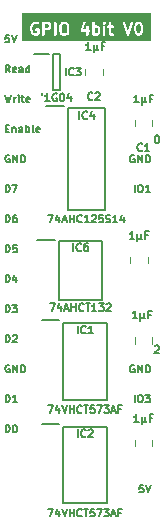
<source format=gbr>
%TF.GenerationSoftware,KiCad,Pcbnew,7.0.5*%
%TF.CreationDate,2023-12-17T19:37:20+02:00*%
%TF.ProjectId,GPIO 4bit,4750494f-2034-4626-9974-2e6b69636164,rev?*%
%TF.SameCoordinates,Original*%
%TF.FileFunction,Legend,Top*%
%TF.FilePolarity,Positive*%
%FSLAX46Y46*%
G04 Gerber Fmt 4.6, Leading zero omitted, Abs format (unit mm)*
G04 Created by KiCad (PCBNEW 7.0.5) date 2023-12-17 19:37:20*
%MOMM*%
%LPD*%
G01*
G04 APERTURE LIST*
%ADD10C,0.150000*%
%ADD11C,0.200000*%
%ADD12C,0.120000*%
G04 APERTURE END LIST*
D10*
X116152493Y-63181201D02*
X116092017Y-63150963D01*
X116092017Y-63150963D02*
X116001303Y-63150963D01*
X116001303Y-63150963D02*
X115910588Y-63181201D01*
X115910588Y-63181201D02*
X115850112Y-63241677D01*
X115850112Y-63241677D02*
X115819874Y-63302153D01*
X115819874Y-63302153D02*
X115789636Y-63423105D01*
X115789636Y-63423105D02*
X115789636Y-63513820D01*
X115789636Y-63513820D02*
X115819874Y-63634772D01*
X115819874Y-63634772D02*
X115850112Y-63695248D01*
X115850112Y-63695248D02*
X115910588Y-63755725D01*
X115910588Y-63755725D02*
X116001303Y-63785963D01*
X116001303Y-63785963D02*
X116061779Y-63785963D01*
X116061779Y-63785963D02*
X116152493Y-63755725D01*
X116152493Y-63755725D02*
X116182731Y-63725486D01*
X116182731Y-63725486D02*
X116182731Y-63513820D01*
X116182731Y-63513820D02*
X116061779Y-63513820D01*
X116454874Y-63785963D02*
X116454874Y-63150963D01*
X116454874Y-63150963D02*
X116817731Y-63785963D01*
X116817731Y-63785963D02*
X116817731Y-63150963D01*
X117120112Y-63785963D02*
X117120112Y-63150963D01*
X117120112Y-63150963D02*
X117271302Y-63150963D01*
X117271302Y-63150963D02*
X117362017Y-63181201D01*
X117362017Y-63181201D02*
X117422493Y-63241677D01*
X117422493Y-63241677D02*
X117452731Y-63302153D01*
X117452731Y-63302153D02*
X117482969Y-63423105D01*
X117482969Y-63423105D02*
X117482969Y-63513820D01*
X117482969Y-63513820D02*
X117452731Y-63634772D01*
X117452731Y-63634772D02*
X117422493Y-63695248D01*
X117422493Y-63695248D02*
X117362017Y-63755725D01*
X117362017Y-63755725D02*
X117271302Y-63785963D01*
X117271302Y-63785963D02*
X117120112Y-63785963D01*
X115819874Y-66325963D02*
X115819874Y-65690963D01*
X115819874Y-65690963D02*
X115971064Y-65690963D01*
X115971064Y-65690963D02*
X116061779Y-65721201D01*
X116061779Y-65721201D02*
X116122255Y-65781677D01*
X116122255Y-65781677D02*
X116152493Y-65842153D01*
X116152493Y-65842153D02*
X116182731Y-65963105D01*
X116182731Y-65963105D02*
X116182731Y-66053820D01*
X116182731Y-66053820D02*
X116152493Y-66174772D01*
X116152493Y-66174772D02*
X116122255Y-66235248D01*
X116122255Y-66235248D02*
X116061779Y-66295725D01*
X116061779Y-66295725D02*
X115971064Y-66325963D01*
X115971064Y-66325963D02*
X115819874Y-66325963D01*
X116394398Y-65690963D02*
X116817731Y-65690963D01*
X116817731Y-65690963D02*
X116545588Y-66325963D01*
X115819874Y-71405963D02*
X115819874Y-70770963D01*
X115819874Y-70770963D02*
X115971064Y-70770963D01*
X115971064Y-70770963D02*
X116061779Y-70801201D01*
X116061779Y-70801201D02*
X116122255Y-70861677D01*
X116122255Y-70861677D02*
X116152493Y-70922153D01*
X116152493Y-70922153D02*
X116182731Y-71043105D01*
X116182731Y-71043105D02*
X116182731Y-71133820D01*
X116182731Y-71133820D02*
X116152493Y-71254772D01*
X116152493Y-71254772D02*
X116122255Y-71315248D01*
X116122255Y-71315248D02*
X116061779Y-71375725D01*
X116061779Y-71375725D02*
X115971064Y-71405963D01*
X115971064Y-71405963D02*
X115819874Y-71405963D01*
X116757255Y-70770963D02*
X116454874Y-70770963D01*
X116454874Y-70770963D02*
X116424636Y-71073344D01*
X116424636Y-71073344D02*
X116454874Y-71043105D01*
X116454874Y-71043105D02*
X116515350Y-71012867D01*
X116515350Y-71012867D02*
X116666541Y-71012867D01*
X116666541Y-71012867D02*
X116727017Y-71043105D01*
X116727017Y-71043105D02*
X116757255Y-71073344D01*
X116757255Y-71073344D02*
X116787493Y-71133820D01*
X116787493Y-71133820D02*
X116787493Y-71285010D01*
X116787493Y-71285010D02*
X116757255Y-71345486D01*
X116757255Y-71345486D02*
X116727017Y-71375725D01*
X116727017Y-71375725D02*
X116666541Y-71405963D01*
X116666541Y-71405963D02*
X116515350Y-71405963D01*
X116515350Y-71405963D02*
X116454874Y-71375725D01*
X116454874Y-71375725D02*
X116424636Y-71345486D01*
X115819874Y-79025963D02*
X115819874Y-78390963D01*
X115819874Y-78390963D02*
X115971064Y-78390963D01*
X115971064Y-78390963D02*
X116061779Y-78421201D01*
X116061779Y-78421201D02*
X116122255Y-78481677D01*
X116122255Y-78481677D02*
X116152493Y-78542153D01*
X116152493Y-78542153D02*
X116182731Y-78663105D01*
X116182731Y-78663105D02*
X116182731Y-78753820D01*
X116182731Y-78753820D02*
X116152493Y-78874772D01*
X116152493Y-78874772D02*
X116122255Y-78935248D01*
X116122255Y-78935248D02*
X116061779Y-78995725D01*
X116061779Y-78995725D02*
X115971064Y-79025963D01*
X115971064Y-79025963D02*
X115819874Y-79025963D01*
X116424636Y-78451439D02*
X116454874Y-78421201D01*
X116454874Y-78421201D02*
X116515350Y-78390963D01*
X116515350Y-78390963D02*
X116666541Y-78390963D01*
X116666541Y-78390963D02*
X116727017Y-78421201D01*
X116727017Y-78421201D02*
X116757255Y-78451439D01*
X116757255Y-78451439D02*
X116787493Y-78511915D01*
X116787493Y-78511915D02*
X116787493Y-78572391D01*
X116787493Y-78572391D02*
X116757255Y-78663105D01*
X116757255Y-78663105D02*
X116394398Y-79025963D01*
X116394398Y-79025963D02*
X116787493Y-79025963D01*
X115759398Y-58070963D02*
X115910588Y-58705963D01*
X115910588Y-58705963D02*
X116031541Y-58252391D01*
X116031541Y-58252391D02*
X116152493Y-58705963D01*
X116152493Y-58705963D02*
X116303684Y-58070963D01*
X116545588Y-58705963D02*
X116545588Y-58282629D01*
X116545588Y-58403582D02*
X116575826Y-58343105D01*
X116575826Y-58343105D02*
X116606064Y-58312867D01*
X116606064Y-58312867D02*
X116666540Y-58282629D01*
X116666540Y-58282629D02*
X116727017Y-58282629D01*
X116938683Y-58705963D02*
X116938683Y-58282629D01*
X116938683Y-58070963D02*
X116908445Y-58101201D01*
X116908445Y-58101201D02*
X116938683Y-58131439D01*
X116938683Y-58131439D02*
X116968921Y-58101201D01*
X116968921Y-58101201D02*
X116938683Y-58070963D01*
X116938683Y-58070963D02*
X116938683Y-58131439D01*
X117150350Y-58282629D02*
X117392254Y-58282629D01*
X117241064Y-58070963D02*
X117241064Y-58615248D01*
X117241064Y-58615248D02*
X117271302Y-58675725D01*
X117271302Y-58675725D02*
X117331778Y-58705963D01*
X117331778Y-58705963D02*
X117392254Y-58705963D01*
X117845826Y-58675725D02*
X117785350Y-58705963D01*
X117785350Y-58705963D02*
X117664397Y-58705963D01*
X117664397Y-58705963D02*
X117603921Y-58675725D01*
X117603921Y-58675725D02*
X117573683Y-58615248D01*
X117573683Y-58615248D02*
X117573683Y-58373344D01*
X117573683Y-58373344D02*
X117603921Y-58312867D01*
X117603921Y-58312867D02*
X117664397Y-58282629D01*
X117664397Y-58282629D02*
X117785350Y-58282629D01*
X117785350Y-58282629D02*
X117845826Y-58312867D01*
X117845826Y-58312867D02*
X117876064Y-58373344D01*
X117876064Y-58373344D02*
X117876064Y-58433820D01*
X117876064Y-58433820D02*
X117573683Y-58494296D01*
X115819874Y-86645963D02*
X115819874Y-86010963D01*
X115819874Y-86010963D02*
X115971064Y-86010963D01*
X115971064Y-86010963D02*
X116061779Y-86041201D01*
X116061779Y-86041201D02*
X116122255Y-86101677D01*
X116122255Y-86101677D02*
X116152493Y-86162153D01*
X116152493Y-86162153D02*
X116182731Y-86283105D01*
X116182731Y-86283105D02*
X116182731Y-86373820D01*
X116182731Y-86373820D02*
X116152493Y-86494772D01*
X116152493Y-86494772D02*
X116122255Y-86555248D01*
X116122255Y-86555248D02*
X116061779Y-86615725D01*
X116061779Y-86615725D02*
X115971064Y-86645963D01*
X115971064Y-86645963D02*
X115819874Y-86645963D01*
X116575826Y-86010963D02*
X116636303Y-86010963D01*
X116636303Y-86010963D02*
X116696779Y-86041201D01*
X116696779Y-86041201D02*
X116727017Y-86071439D01*
X116727017Y-86071439D02*
X116757255Y-86131915D01*
X116757255Y-86131915D02*
X116787493Y-86252867D01*
X116787493Y-86252867D02*
X116787493Y-86404058D01*
X116787493Y-86404058D02*
X116757255Y-86525010D01*
X116757255Y-86525010D02*
X116727017Y-86585486D01*
X116727017Y-86585486D02*
X116696779Y-86615725D01*
X116696779Y-86615725D02*
X116636303Y-86645963D01*
X116636303Y-86645963D02*
X116575826Y-86645963D01*
X116575826Y-86645963D02*
X116515350Y-86615725D01*
X116515350Y-86615725D02*
X116485112Y-86585486D01*
X116485112Y-86585486D02*
X116454874Y-86525010D01*
X116454874Y-86525010D02*
X116424636Y-86404058D01*
X116424636Y-86404058D02*
X116424636Y-86252867D01*
X116424636Y-86252867D02*
X116454874Y-86131915D01*
X116454874Y-86131915D02*
X116485112Y-86071439D01*
X116485112Y-86071439D02*
X116515350Y-86041201D01*
X116515350Y-86041201D02*
X116575826Y-86010963D01*
X128449506Y-79340439D02*
X128479744Y-79310201D01*
X128479744Y-79310201D02*
X128540220Y-79279963D01*
X128540220Y-79279963D02*
X128691411Y-79279963D01*
X128691411Y-79279963D02*
X128751887Y-79310201D01*
X128751887Y-79310201D02*
X128782125Y-79340439D01*
X128782125Y-79340439D02*
X128812363Y-79400915D01*
X128812363Y-79400915D02*
X128812363Y-79461391D01*
X128812363Y-79461391D02*
X128782125Y-79552105D01*
X128782125Y-79552105D02*
X128419268Y-79914963D01*
X128419268Y-79914963D02*
X128812363Y-79914963D01*
D11*
G36*
X120932287Y-52083023D02*
G01*
X120996464Y-52147200D01*
X121034380Y-52298863D01*
X121034380Y-52607572D01*
X120996463Y-52759237D01*
X120932287Y-52823414D01*
X120872679Y-52853219D01*
X120729415Y-52853219D01*
X120669808Y-52823415D01*
X120605629Y-52759235D01*
X120567714Y-52607574D01*
X120567714Y-52298863D01*
X120605629Y-52147200D01*
X120669806Y-52083023D01*
X120729415Y-52053219D01*
X120872679Y-52053219D01*
X120932287Y-52083023D01*
G37*
G36*
X123598954Y-52416356D02*
G01*
X123623623Y-52441025D01*
X123653428Y-52500634D01*
X123653428Y-52739136D01*
X123623624Y-52798743D01*
X123598953Y-52823414D01*
X123539346Y-52853219D01*
X123396082Y-52853219D01*
X123377238Y-52843797D01*
X123377238Y-52395974D01*
X123396082Y-52386552D01*
X123539346Y-52386552D01*
X123598954Y-52416356D01*
G37*
G36*
X127170383Y-52083023D02*
G01*
X127195053Y-52107692D01*
X127230504Y-52178595D01*
X127272476Y-52346481D01*
X127272476Y-52559954D01*
X127230503Y-52727842D01*
X127195053Y-52798743D01*
X127170382Y-52823414D01*
X127110775Y-52853219D01*
X127062749Y-52853219D01*
X127003142Y-52823415D01*
X126978471Y-52798743D01*
X126943019Y-52727840D01*
X126901048Y-52559955D01*
X126901048Y-52346483D01*
X126943019Y-52178595D01*
X126978471Y-52107692D01*
X127003140Y-52083023D01*
X127062749Y-52053219D01*
X127110775Y-52053219D01*
X127170383Y-52083023D01*
G37*
G36*
X119456097Y-52083023D02*
G01*
X119480767Y-52107692D01*
X119510571Y-52167300D01*
X119510571Y-52262946D01*
X119480767Y-52322554D01*
X119456097Y-52347223D01*
X119396489Y-52377028D01*
X119139143Y-52377028D01*
X119139143Y-52053219D01*
X119396489Y-52053219D01*
X119456097Y-52083023D01*
G37*
G36*
X128155810Y-53528857D02*
G01*
X117208191Y-53528857D01*
X117208191Y-52520414D01*
X117887388Y-52520414D01*
X117891524Y-52536958D01*
X117891524Y-52539026D01*
X117895003Y-52550876D01*
X117937808Y-52722096D01*
X117936569Y-52733581D01*
X117944790Y-52750023D01*
X117945616Y-52753326D01*
X117951201Y-52762846D01*
X117991711Y-52843865D01*
X117995288Y-52860308D01*
X118014770Y-52879790D01*
X118033540Y-52899969D01*
X118035432Y-52900452D01*
X118107477Y-52972498D01*
X118122521Y-52991183D01*
X118141906Y-52997644D01*
X118159846Y-53007441D01*
X118169272Y-53006766D01*
X118281338Y-53044121D01*
X118295494Y-53053219D01*
X118323049Y-53053219D01*
X118350586Y-53054215D01*
X118352266Y-53053219D01*
X118407555Y-53053219D01*
X118423862Y-53057373D01*
X118450001Y-53048659D01*
X118476442Y-53040896D01*
X118477721Y-53039419D01*
X118589460Y-53002172D01*
X118612901Y-52997073D01*
X118627353Y-52982620D01*
X118644133Y-52970959D01*
X118647744Y-52962228D01*
X118668523Y-52941449D01*
X118678822Y-52936746D01*
X118688885Y-52921086D01*
X118691450Y-52918522D01*
X118696627Y-52909040D01*
X118710571Y-52887343D01*
X118710571Y-52883502D01*
X118712411Y-52880133D01*
X118710571Y-52854409D01*
X118710571Y-52531801D01*
X118713732Y-52509815D01*
X118705532Y-52491860D01*
X118935982Y-52491860D01*
X118939143Y-52498781D01*
X118939143Y-52967598D01*
X118951466Y-53009566D01*
X118995848Y-53048023D01*
X119053975Y-53056380D01*
X119107394Y-53031985D01*
X119139143Y-52982582D01*
X119139143Y-52967598D01*
X119939143Y-52967598D01*
X119951466Y-53009566D01*
X119995848Y-53048023D01*
X120053975Y-53056380D01*
X120107394Y-53031985D01*
X120139143Y-52982582D01*
X120139143Y-52615652D01*
X120363578Y-52615652D01*
X120367713Y-52632195D01*
X120367714Y-52634264D01*
X120371193Y-52646114D01*
X120417941Y-52833106D01*
X120423859Y-52860308D01*
X120435563Y-52872012D01*
X120443940Y-52886290D01*
X120455902Y-52892351D01*
X120530994Y-52967444D01*
X120539587Y-52981911D01*
X120564215Y-52994225D01*
X120588417Y-53007441D01*
X120590367Y-53007301D01*
X120656270Y-53040253D01*
X120676446Y-53053219D01*
X120696881Y-53053219D01*
X120716997Y-53056839D01*
X120725725Y-53053219D01*
X120890900Y-53053219D01*
X120914743Y-53055793D01*
X120933019Y-53046654D01*
X120952632Y-53040896D01*
X120958820Y-53033754D01*
X121025028Y-53000650D01*
X121041471Y-52997073D01*
X121060947Y-52977596D01*
X121081131Y-52958822D01*
X121081615Y-52956928D01*
X121156360Y-52882182D01*
X121176654Y-52863101D01*
X121180668Y-52847043D01*
X121188602Y-52832514D01*
X121187645Y-52819136D01*
X121227403Y-52660104D01*
X121234380Y-52649248D01*
X121234380Y-52634717D01*
X122174077Y-52634717D01*
X122176448Y-52639909D01*
X122176242Y-52645615D01*
X122188492Y-52666283D01*
X122198472Y-52688136D01*
X122203274Y-52691222D01*
X122206185Y-52696133D01*
X122227664Y-52706896D01*
X122247875Y-52719885D01*
X122253583Y-52719885D01*
X122258686Y-52722442D01*
X122282576Y-52719885D01*
X122653428Y-52719885D01*
X122653428Y-52967598D01*
X122665751Y-53009566D01*
X122710133Y-53048023D01*
X122768260Y-53056380D01*
X122821679Y-53031985D01*
X122853428Y-52982582D01*
X122853428Y-52719885D01*
X122910664Y-52719885D01*
X122952632Y-52707562D01*
X122991089Y-52663180D01*
X122999446Y-52605053D01*
X122975051Y-52551634D01*
X122925648Y-52519885D01*
X122853428Y-52519885D01*
X122853428Y-52337844D01*
X123173081Y-52337844D01*
X123177237Y-52350352D01*
X123177238Y-52903833D01*
X123176265Y-52931420D01*
X123177238Y-52933058D01*
X123177238Y-52967598D01*
X123189561Y-53009566D01*
X123233943Y-53048023D01*
X123292070Y-53056380D01*
X123324784Y-53041440D01*
X123343113Y-53053219D01*
X123363548Y-53053219D01*
X123383664Y-53056839D01*
X123392392Y-53053219D01*
X123557567Y-53053219D01*
X123581410Y-53055793D01*
X123599686Y-53046654D01*
X123619299Y-53040896D01*
X123625487Y-53033754D01*
X123691695Y-53000650D01*
X123708139Y-52997073D01*
X123727624Y-52977587D01*
X123738363Y-52967598D01*
X124082000Y-52967598D01*
X124094323Y-53009566D01*
X124138705Y-53048023D01*
X124196832Y-53056380D01*
X124250251Y-53031985D01*
X124282000Y-52982582D01*
X124282000Y-52301384D01*
X124412172Y-52301384D01*
X124436567Y-52354803D01*
X124485970Y-52386552D01*
X124558190Y-52386552D01*
X124558190Y-52804975D01*
X124555616Y-52828819D01*
X124564754Y-52847096D01*
X124570513Y-52866708D01*
X124577653Y-52872895D01*
X124604973Y-52927535D01*
X124604836Y-52931420D01*
X124617980Y-52953550D01*
X124622796Y-52963182D01*
X124625299Y-52965873D01*
X124634825Y-52981911D01*
X124644907Y-52986952D01*
X124652587Y-52995208D01*
X124670663Y-52999830D01*
X124751508Y-53040253D01*
X124771684Y-53053219D01*
X124792119Y-53053219D01*
X124812235Y-53056839D01*
X124820963Y-53053219D01*
X124910664Y-53053219D01*
X124952632Y-53040896D01*
X124991089Y-52996514D01*
X124999446Y-52938387D01*
X124975051Y-52884968D01*
X124925648Y-52853219D01*
X124824653Y-52853219D01*
X124780344Y-52831064D01*
X124758190Y-52786755D01*
X124758190Y-52386552D01*
X124910664Y-52386552D01*
X124952632Y-52374229D01*
X124991089Y-52329847D01*
X124999446Y-52271720D01*
X124975051Y-52218301D01*
X124925648Y-52186552D01*
X124758190Y-52186552D01*
X124758190Y-51956986D01*
X125744513Y-51956986D01*
X126081411Y-52967679D01*
X126081004Y-52978949D01*
X126090519Y-52995002D01*
X126091679Y-52998482D01*
X126097813Y-53007309D01*
X126110947Y-53029467D01*
X126114423Y-53031209D01*
X126116641Y-53034400D01*
X126140432Y-53044242D01*
X126163449Y-53055776D01*
X126167312Y-53055362D01*
X126170906Y-53056849D01*
X126196236Y-53052266D01*
X126221841Y-53049526D01*
X126224871Y-53047086D01*
X126228693Y-53046395D01*
X126247519Y-53028851D01*
X126267583Y-53012698D01*
X126268812Y-53009009D01*
X126271656Y-53006360D01*
X126278012Y-52981409D01*
X126415804Y-52568033D01*
X126696912Y-52568033D01*
X126701048Y-52584576D01*
X126701048Y-52586645D01*
X126704527Y-52598495D01*
X126747332Y-52769715D01*
X126746093Y-52781200D01*
X126754314Y-52797642D01*
X126755140Y-52800945D01*
X126760725Y-52810465D01*
X126801235Y-52891484D01*
X126804812Y-52907927D01*
X126824295Y-52927410D01*
X126843064Y-52947588D01*
X126844956Y-52948071D01*
X126864328Y-52967444D01*
X126872921Y-52981911D01*
X126897559Y-52994230D01*
X126921750Y-53007440D01*
X126923699Y-53007300D01*
X126989604Y-53040253D01*
X127009780Y-53053219D01*
X127030215Y-53053219D01*
X127050331Y-53056839D01*
X127059059Y-53053219D01*
X127128996Y-53053219D01*
X127152839Y-53055793D01*
X127171115Y-53046654D01*
X127190728Y-53040896D01*
X127196916Y-53033754D01*
X127263124Y-53000650D01*
X127279568Y-52997073D01*
X127299053Y-52977587D01*
X127319227Y-52958822D01*
X127319711Y-52956928D01*
X127339084Y-52937555D01*
X127353549Y-52928964D01*
X127365866Y-52904329D01*
X127379078Y-52880133D01*
X127378938Y-52878185D01*
X127406333Y-52823395D01*
X127414750Y-52815482D01*
X127419209Y-52797643D01*
X127420730Y-52794603D01*
X127422683Y-52783748D01*
X127465499Y-52612485D01*
X127472476Y-52601629D01*
X127472476Y-52584578D01*
X127472978Y-52582570D01*
X127472476Y-52570223D01*
X127472476Y-52350629D01*
X127476612Y-52338404D01*
X127472476Y-52321860D01*
X127472476Y-52319792D01*
X127468996Y-52307941D01*
X127426191Y-52136720D01*
X127427431Y-52125236D01*
X127419209Y-52108792D01*
X127418384Y-52105492D01*
X127412800Y-52095975D01*
X127372287Y-52014949D01*
X127368711Y-51998509D01*
X127349236Y-51979034D01*
X127330460Y-51958848D01*
X127328565Y-51958363D01*
X127309195Y-51938993D01*
X127300603Y-51924527D01*
X127275968Y-51912209D01*
X127251773Y-51898998D01*
X127249823Y-51899137D01*
X127183922Y-51866186D01*
X127163744Y-51853219D01*
X127143308Y-51853219D01*
X127123193Y-51849599D01*
X127114465Y-51853219D01*
X127044527Y-51853219D01*
X127020684Y-51850645D01*
X127002406Y-51859783D01*
X126982796Y-51865542D01*
X126976608Y-51872683D01*
X126910397Y-51905788D01*
X126893957Y-51909365D01*
X126874482Y-51928839D01*
X126854296Y-51947616D01*
X126853811Y-51949510D01*
X126834441Y-51968880D01*
X126819975Y-51977473D01*
X126807657Y-52002107D01*
X126794446Y-52026303D01*
X126794585Y-52028252D01*
X126767191Y-52083040D01*
X126758774Y-52090955D01*
X126754314Y-52108795D01*
X126752794Y-52111835D01*
X126750841Y-52122686D01*
X126708024Y-52293951D01*
X126701048Y-52304808D01*
X126701048Y-52321859D01*
X126700546Y-52323867D01*
X126701048Y-52336213D01*
X126701048Y-52555807D01*
X126696912Y-52568033D01*
X126415804Y-52568033D01*
X126614748Y-51971201D01*
X126616329Y-51927490D01*
X126586386Y-51876972D01*
X126533884Y-51850662D01*
X126475492Y-51856913D01*
X126429750Y-51893740D01*
X126182000Y-52636990D01*
X125938988Y-51907955D01*
X125914026Y-51872038D01*
X125859761Y-51849589D01*
X125801974Y-51860042D01*
X125759010Y-51900078D01*
X125744513Y-51956986D01*
X124758190Y-51956986D01*
X124758190Y-51938840D01*
X124745867Y-51896872D01*
X124701485Y-51858415D01*
X124643358Y-51850058D01*
X124589939Y-51874453D01*
X124558190Y-51923856D01*
X124558190Y-52186552D01*
X124500954Y-52186552D01*
X124458986Y-52198875D01*
X124420529Y-52243257D01*
X124412172Y-52301384D01*
X124282000Y-52301384D01*
X124282000Y-52272173D01*
X124269677Y-52230205D01*
X124225295Y-52191748D01*
X124167168Y-52183391D01*
X124113749Y-52207786D01*
X124082000Y-52257189D01*
X124082000Y-52967598D01*
X123738363Y-52967598D01*
X123747798Y-52958822D01*
X123748282Y-52956928D01*
X123767655Y-52937555D01*
X123782120Y-52928964D01*
X123794437Y-52904329D01*
X123807649Y-52880133D01*
X123807509Y-52878185D01*
X123840462Y-52812280D01*
X123853428Y-52792105D01*
X123853428Y-52771669D01*
X123857048Y-52751554D01*
X123853428Y-52742825D01*
X123853428Y-52482412D01*
X123856002Y-52458569D01*
X123846863Y-52440291D01*
X123841105Y-52420681D01*
X123833963Y-52414493D01*
X123800858Y-52348282D01*
X123797282Y-52331842D01*
X123777807Y-52312367D01*
X123759031Y-52292181D01*
X123757136Y-52291696D01*
X123737766Y-52272326D01*
X123729174Y-52257860D01*
X123704539Y-52245542D01*
X123680344Y-52232331D01*
X123678394Y-52232470D01*
X123612493Y-52199519D01*
X123592315Y-52186552D01*
X123571879Y-52186552D01*
X123551764Y-52182932D01*
X123543036Y-52186552D01*
X123377860Y-52186552D01*
X123377238Y-52186484D01*
X123377238Y-51993403D01*
X124030424Y-51993403D01*
X124035145Y-52015106D01*
X124036730Y-52037260D01*
X124041290Y-52043352D01*
X124042908Y-52050786D01*
X124058609Y-52066487D01*
X124071923Y-52084272D01*
X124079053Y-52086931D01*
X124093240Y-52101118D01*
X124094323Y-52104804D01*
X124108388Y-52116991D01*
X124119542Y-52131891D01*
X124130149Y-52135847D01*
X124138705Y-52143261D01*
X124149911Y-52144872D01*
X124159846Y-52150297D01*
X124167434Y-52149754D01*
X124174565Y-52152414D01*
X124185627Y-52150007D01*
X124196832Y-52151618D01*
X124207131Y-52146914D01*
X124218422Y-52146107D01*
X124224512Y-52141547D01*
X124231948Y-52139930D01*
X124239951Y-52131926D01*
X124250251Y-52127223D01*
X124256372Y-52117697D01*
X124265433Y-52110915D01*
X124268092Y-52103785D01*
X124295272Y-52076605D01*
X124313052Y-52063296D01*
X124320812Y-52042489D01*
X124331459Y-52022992D01*
X124330916Y-52015401D01*
X124333575Y-52008273D01*
X124328853Y-51986569D01*
X124327269Y-51964416D01*
X124322709Y-51958325D01*
X124321092Y-51950890D01*
X124305386Y-51935184D01*
X124292077Y-51917405D01*
X124284947Y-51914745D01*
X124270759Y-51900557D01*
X124269677Y-51896872D01*
X124255609Y-51884682D01*
X124244458Y-51869786D01*
X124233852Y-51865830D01*
X124225295Y-51858415D01*
X124214088Y-51856803D01*
X124204154Y-51851379D01*
X124196563Y-51851921D01*
X124189435Y-51849263D01*
X124178374Y-51851669D01*
X124167168Y-51850058D01*
X124156870Y-51854760D01*
X124145578Y-51855568D01*
X124139485Y-51860128D01*
X124132052Y-51861746D01*
X124124048Y-51869749D01*
X124113749Y-51874453D01*
X124107628Y-51883976D01*
X124098566Y-51890761D01*
X124095906Y-51897891D01*
X124068731Y-51925066D01*
X124050947Y-51938380D01*
X124043184Y-51959192D01*
X124032541Y-51978684D01*
X124033083Y-51986272D01*
X124030424Y-51993403D01*
X123377238Y-51993403D01*
X123377238Y-51938840D01*
X123364915Y-51896872D01*
X123320533Y-51858415D01*
X123262406Y-51850058D01*
X123208987Y-51874453D01*
X123177238Y-51923856D01*
X123177238Y-52321586D01*
X123173081Y-52337844D01*
X122853428Y-52337844D01*
X122853428Y-52272173D01*
X122841105Y-52230205D01*
X122796723Y-52191748D01*
X122738596Y-52183391D01*
X122685177Y-52207786D01*
X122653428Y-52257189D01*
X122653428Y-52519885D01*
X122415981Y-52519885D01*
X122614748Y-51923582D01*
X122616329Y-51879871D01*
X122586386Y-51829353D01*
X122533884Y-51803043D01*
X122475492Y-51809294D01*
X122429750Y-51846122D01*
X122188653Y-52569412D01*
X122182434Y-52576590D01*
X122179531Y-52596776D01*
X122177823Y-52601903D01*
X122177496Y-52610933D01*
X122174077Y-52634717D01*
X121234380Y-52634717D01*
X121234380Y-52632196D01*
X121234882Y-52630189D01*
X121234380Y-52617842D01*
X121234380Y-52303010D01*
X121238516Y-52290785D01*
X121234380Y-52274241D01*
X121234380Y-52272173D01*
X121230900Y-52260322D01*
X121184153Y-52073336D01*
X121178235Y-52046128D01*
X121166529Y-52034422D01*
X121158154Y-52020147D01*
X121146192Y-52014085D01*
X121071098Y-51938992D01*
X121062507Y-51924527D01*
X121037872Y-51912209D01*
X121013677Y-51898998D01*
X121011727Y-51899137D01*
X120945826Y-51866186D01*
X120925648Y-51853219D01*
X120905212Y-51853219D01*
X120885097Y-51849599D01*
X120876369Y-51853219D01*
X120711193Y-51853219D01*
X120687350Y-51850645D01*
X120669072Y-51859783D01*
X120649462Y-51865542D01*
X120643274Y-51872683D01*
X120577067Y-51905786D01*
X120560623Y-51909364D01*
X120541136Y-51928850D01*
X120520962Y-51947616D01*
X120520477Y-51949509D01*
X120445725Y-52024262D01*
X120425440Y-52043336D01*
X120421425Y-52059395D01*
X120413493Y-52073922D01*
X120414449Y-52087297D01*
X120374690Y-52246332D01*
X120367714Y-52257189D01*
X120367713Y-52274240D01*
X120367212Y-52276248D01*
X120367713Y-52288594D01*
X120367714Y-52603426D01*
X120363578Y-52615652D01*
X120139143Y-52615652D01*
X120139143Y-51938840D01*
X120126820Y-51896872D01*
X120082438Y-51858415D01*
X120024311Y-51850058D01*
X119970892Y-51874453D01*
X119939143Y-51923856D01*
X119939143Y-52967598D01*
X119139143Y-52967598D01*
X119139143Y-52577028D01*
X119414710Y-52577028D01*
X119438553Y-52579602D01*
X119456829Y-52570463D01*
X119476442Y-52564705D01*
X119482630Y-52557563D01*
X119548838Y-52524459D01*
X119565281Y-52520882D01*
X119584760Y-52501402D01*
X119604941Y-52482631D01*
X119605425Y-52480737D01*
X119624796Y-52461366D01*
X119639263Y-52452774D01*
X119651581Y-52428137D01*
X119664792Y-52403944D01*
X119664652Y-52401995D01*
X119697605Y-52336090D01*
X119710571Y-52315915D01*
X119710571Y-52295479D01*
X119714191Y-52275364D01*
X119710571Y-52266635D01*
X119710571Y-52149079D01*
X119713145Y-52125236D01*
X119704006Y-52106958D01*
X119698248Y-52087348D01*
X119691106Y-52081160D01*
X119658001Y-52014949D01*
X119654425Y-51998509D01*
X119634950Y-51979034D01*
X119616174Y-51958848D01*
X119614279Y-51958363D01*
X119594909Y-51938993D01*
X119586317Y-51924527D01*
X119561682Y-51912209D01*
X119537487Y-51898998D01*
X119535537Y-51899137D01*
X119469636Y-51866186D01*
X119449458Y-51853219D01*
X119429022Y-51853219D01*
X119408907Y-51849599D01*
X119400179Y-51853219D01*
X119046297Y-51853219D01*
X119024311Y-51850058D01*
X119004107Y-51859284D01*
X118982796Y-51865542D01*
X118977813Y-51871292D01*
X118970892Y-51874453D01*
X118958883Y-51893138D01*
X118944339Y-51909924D01*
X118943256Y-51917455D01*
X118939143Y-51923856D01*
X118939143Y-51946064D01*
X118935982Y-51968051D01*
X118939143Y-51974972D01*
X118939143Y-52469873D01*
X118935982Y-52491860D01*
X118705532Y-52491860D01*
X118704505Y-52489611D01*
X118698248Y-52468300D01*
X118692497Y-52463317D01*
X118689337Y-52456396D01*
X118670651Y-52444387D01*
X118653866Y-52429843D01*
X118646334Y-52428760D01*
X118639934Y-52424647D01*
X118617725Y-52424647D01*
X118595739Y-52421486D01*
X118588817Y-52424647D01*
X118405716Y-52424647D01*
X118363748Y-52436970D01*
X118325291Y-52481352D01*
X118316934Y-52539479D01*
X118341329Y-52592898D01*
X118390732Y-52624647D01*
X118510571Y-52624647D01*
X118510571Y-52816559D01*
X118508933Y-52818196D01*
X118403868Y-52853219D01*
X118341084Y-52853219D01*
X118236018Y-52818197D01*
X118168947Y-52751124D01*
X118133495Y-52680221D01*
X118091524Y-52512336D01*
X118091524Y-52394101D01*
X118133495Y-52226214D01*
X118168947Y-52155311D01*
X118236017Y-52088241D01*
X118341083Y-52053219D01*
X118444108Y-52053219D01*
X118531091Y-52096711D01*
X118574140Y-52104458D01*
X118628385Y-52081960D01*
X118661855Y-52033707D01*
X118663925Y-51975018D01*
X118633936Y-51924527D01*
X118517255Y-51866186D01*
X118497077Y-51853219D01*
X118476641Y-51853219D01*
X118456526Y-51849599D01*
X118447798Y-51853219D01*
X118337395Y-51853219D01*
X118321090Y-51849065D01*
X118294949Y-51857778D01*
X118268510Y-51865542D01*
X118267230Y-51867018D01*
X118155492Y-51904264D01*
X118132052Y-51909364D01*
X118117599Y-51923816D01*
X118100819Y-51935479D01*
X118097207Y-51944208D01*
X118024916Y-52016500D01*
X118010451Y-52025092D01*
X117998133Y-52049726D01*
X117984922Y-52073922D01*
X117985061Y-52075871D01*
X117957667Y-52130659D01*
X117949250Y-52138574D01*
X117944790Y-52156413D01*
X117943270Y-52159454D01*
X117941317Y-52170305D01*
X117898500Y-52341570D01*
X117891524Y-52352427D01*
X117891524Y-52369477D01*
X117891022Y-52371486D01*
X117891524Y-52383832D01*
X117891524Y-52508188D01*
X117887388Y-52520414D01*
X117208191Y-52520414D01*
X117208191Y-51143143D01*
X128155810Y-51143143D01*
X128155810Y-53528857D01*
G37*
D10*
X126750125Y-66325963D02*
X126750125Y-65690963D01*
X127173458Y-65690963D02*
X127294411Y-65690963D01*
X127294411Y-65690963D02*
X127354887Y-65721201D01*
X127354887Y-65721201D02*
X127415363Y-65781677D01*
X127415363Y-65781677D02*
X127445601Y-65902629D01*
X127445601Y-65902629D02*
X127445601Y-66114296D01*
X127445601Y-66114296D02*
X127415363Y-66235248D01*
X127415363Y-66235248D02*
X127354887Y-66295725D01*
X127354887Y-66295725D02*
X127294411Y-66325963D01*
X127294411Y-66325963D02*
X127173458Y-66325963D01*
X127173458Y-66325963D02*
X127112982Y-66295725D01*
X127112982Y-66295725D02*
X127052506Y-66235248D01*
X127052506Y-66235248D02*
X127022268Y-66114296D01*
X127022268Y-66114296D02*
X127022268Y-65902629D01*
X127022268Y-65902629D02*
X127052506Y-65781677D01*
X127052506Y-65781677D02*
X127112982Y-65721201D01*
X127112982Y-65721201D02*
X127173458Y-65690963D01*
X128050363Y-66325963D02*
X127687506Y-66325963D01*
X127868934Y-66325963D02*
X127868934Y-65690963D01*
X127868934Y-65690963D02*
X127808458Y-65781677D01*
X127808458Y-65781677D02*
X127747982Y-65842153D01*
X127747982Y-65842153D02*
X127687506Y-65872391D01*
X116122255Y-52990963D02*
X115819874Y-52990963D01*
X115819874Y-52990963D02*
X115789636Y-53293344D01*
X115789636Y-53293344D02*
X115819874Y-53263105D01*
X115819874Y-53263105D02*
X115880350Y-53232867D01*
X115880350Y-53232867D02*
X116031541Y-53232867D01*
X116031541Y-53232867D02*
X116092017Y-53263105D01*
X116092017Y-53263105D02*
X116122255Y-53293344D01*
X116122255Y-53293344D02*
X116152493Y-53353820D01*
X116152493Y-53353820D02*
X116152493Y-53505010D01*
X116152493Y-53505010D02*
X116122255Y-53565486D01*
X116122255Y-53565486D02*
X116092017Y-53595725D01*
X116092017Y-53595725D02*
X116031541Y-53625963D01*
X116031541Y-53625963D02*
X115880350Y-53625963D01*
X115880350Y-53625963D02*
X115819874Y-53595725D01*
X115819874Y-53595725D02*
X115789636Y-53565486D01*
X116333922Y-52990963D02*
X116545588Y-53625963D01*
X116545588Y-53625963D02*
X116757255Y-52990963D01*
X115819874Y-84105963D02*
X115819874Y-83470963D01*
X115819874Y-83470963D02*
X115971064Y-83470963D01*
X115971064Y-83470963D02*
X116061779Y-83501201D01*
X116061779Y-83501201D02*
X116122255Y-83561677D01*
X116122255Y-83561677D02*
X116152493Y-83622153D01*
X116152493Y-83622153D02*
X116182731Y-83743105D01*
X116182731Y-83743105D02*
X116182731Y-83833820D01*
X116182731Y-83833820D02*
X116152493Y-83954772D01*
X116152493Y-83954772D02*
X116122255Y-84015248D01*
X116122255Y-84015248D02*
X116061779Y-84075725D01*
X116061779Y-84075725D02*
X115971064Y-84105963D01*
X115971064Y-84105963D02*
X115819874Y-84105963D01*
X116787493Y-84105963D02*
X116424636Y-84105963D01*
X116606064Y-84105963D02*
X116606064Y-83470963D01*
X116606064Y-83470963D02*
X116545588Y-83561677D01*
X116545588Y-83561677D02*
X116485112Y-83622153D01*
X116485112Y-83622153D02*
X116424636Y-83652391D01*
X126719887Y-63181201D02*
X126659411Y-63150963D01*
X126659411Y-63150963D02*
X126568697Y-63150963D01*
X126568697Y-63150963D02*
X126477982Y-63181201D01*
X126477982Y-63181201D02*
X126417506Y-63241677D01*
X126417506Y-63241677D02*
X126387268Y-63302153D01*
X126387268Y-63302153D02*
X126357030Y-63423105D01*
X126357030Y-63423105D02*
X126357030Y-63513820D01*
X126357030Y-63513820D02*
X126387268Y-63634772D01*
X126387268Y-63634772D02*
X126417506Y-63695248D01*
X126417506Y-63695248D02*
X126477982Y-63755725D01*
X126477982Y-63755725D02*
X126568697Y-63785963D01*
X126568697Y-63785963D02*
X126629173Y-63785963D01*
X126629173Y-63785963D02*
X126719887Y-63755725D01*
X126719887Y-63755725D02*
X126750125Y-63725486D01*
X126750125Y-63725486D02*
X126750125Y-63513820D01*
X126750125Y-63513820D02*
X126629173Y-63513820D01*
X127022268Y-63785963D02*
X127022268Y-63150963D01*
X127022268Y-63150963D02*
X127385125Y-63785963D01*
X127385125Y-63785963D02*
X127385125Y-63150963D01*
X127687506Y-63785963D02*
X127687506Y-63150963D01*
X127687506Y-63150963D02*
X127838696Y-63150963D01*
X127838696Y-63150963D02*
X127929411Y-63181201D01*
X127929411Y-63181201D02*
X127989887Y-63241677D01*
X127989887Y-63241677D02*
X128020125Y-63302153D01*
X128020125Y-63302153D02*
X128050363Y-63423105D01*
X128050363Y-63423105D02*
X128050363Y-63513820D01*
X128050363Y-63513820D02*
X128020125Y-63634772D01*
X128020125Y-63634772D02*
X127989887Y-63695248D01*
X127989887Y-63695248D02*
X127929411Y-63755725D01*
X127929411Y-63755725D02*
X127838696Y-63785963D01*
X127838696Y-63785963D02*
X127687506Y-63785963D01*
X115819874Y-68865963D02*
X115819874Y-68230963D01*
X115819874Y-68230963D02*
X115971064Y-68230963D01*
X115971064Y-68230963D02*
X116061779Y-68261201D01*
X116061779Y-68261201D02*
X116122255Y-68321677D01*
X116122255Y-68321677D02*
X116152493Y-68382153D01*
X116152493Y-68382153D02*
X116182731Y-68503105D01*
X116182731Y-68503105D02*
X116182731Y-68593820D01*
X116182731Y-68593820D02*
X116152493Y-68714772D01*
X116152493Y-68714772D02*
X116122255Y-68775248D01*
X116122255Y-68775248D02*
X116061779Y-68835725D01*
X116061779Y-68835725D02*
X115971064Y-68865963D01*
X115971064Y-68865963D02*
X115819874Y-68865963D01*
X116727017Y-68230963D02*
X116606064Y-68230963D01*
X116606064Y-68230963D02*
X116545588Y-68261201D01*
X116545588Y-68261201D02*
X116515350Y-68291439D01*
X116515350Y-68291439D02*
X116454874Y-68382153D01*
X116454874Y-68382153D02*
X116424636Y-68503105D01*
X116424636Y-68503105D02*
X116424636Y-68745010D01*
X116424636Y-68745010D02*
X116454874Y-68805486D01*
X116454874Y-68805486D02*
X116485112Y-68835725D01*
X116485112Y-68835725D02*
X116545588Y-68865963D01*
X116545588Y-68865963D02*
X116666541Y-68865963D01*
X116666541Y-68865963D02*
X116727017Y-68835725D01*
X116727017Y-68835725D02*
X116757255Y-68805486D01*
X116757255Y-68805486D02*
X116787493Y-68745010D01*
X116787493Y-68745010D02*
X116787493Y-68593820D01*
X116787493Y-68593820D02*
X116757255Y-68533344D01*
X116757255Y-68533344D02*
X116727017Y-68503105D01*
X116727017Y-68503105D02*
X116666541Y-68472867D01*
X116666541Y-68472867D02*
X116545588Y-68472867D01*
X116545588Y-68472867D02*
X116485112Y-68503105D01*
X116485112Y-68503105D02*
X116454874Y-68533344D01*
X116454874Y-68533344D02*
X116424636Y-68593820D01*
X115819874Y-73945963D02*
X115819874Y-73310963D01*
X115819874Y-73310963D02*
X115971064Y-73310963D01*
X115971064Y-73310963D02*
X116061779Y-73341201D01*
X116061779Y-73341201D02*
X116122255Y-73401677D01*
X116122255Y-73401677D02*
X116152493Y-73462153D01*
X116152493Y-73462153D02*
X116182731Y-73583105D01*
X116182731Y-73583105D02*
X116182731Y-73673820D01*
X116182731Y-73673820D02*
X116152493Y-73794772D01*
X116152493Y-73794772D02*
X116122255Y-73855248D01*
X116122255Y-73855248D02*
X116061779Y-73915725D01*
X116061779Y-73915725D02*
X115971064Y-73945963D01*
X115971064Y-73945963D02*
X115819874Y-73945963D01*
X116727017Y-73522629D02*
X116727017Y-73945963D01*
X116575826Y-73280725D02*
X116424636Y-73734296D01*
X116424636Y-73734296D02*
X116817731Y-73734296D01*
X115819874Y-76485963D02*
X115819874Y-75850963D01*
X115819874Y-75850963D02*
X115971064Y-75850963D01*
X115971064Y-75850963D02*
X116061779Y-75881201D01*
X116061779Y-75881201D02*
X116122255Y-75941677D01*
X116122255Y-75941677D02*
X116152493Y-76002153D01*
X116152493Y-76002153D02*
X116182731Y-76123105D01*
X116182731Y-76123105D02*
X116182731Y-76213820D01*
X116182731Y-76213820D02*
X116152493Y-76334772D01*
X116152493Y-76334772D02*
X116122255Y-76395248D01*
X116122255Y-76395248D02*
X116061779Y-76455725D01*
X116061779Y-76455725D02*
X115971064Y-76485963D01*
X115971064Y-76485963D02*
X115819874Y-76485963D01*
X116394398Y-75850963D02*
X116787493Y-75850963D01*
X116787493Y-75850963D02*
X116575826Y-76092867D01*
X116575826Y-76092867D02*
X116666541Y-76092867D01*
X116666541Y-76092867D02*
X116727017Y-76123105D01*
X116727017Y-76123105D02*
X116757255Y-76153344D01*
X116757255Y-76153344D02*
X116787493Y-76213820D01*
X116787493Y-76213820D02*
X116787493Y-76365010D01*
X116787493Y-76365010D02*
X116757255Y-76425486D01*
X116757255Y-76425486D02*
X116727017Y-76455725D01*
X116727017Y-76455725D02*
X116666541Y-76485963D01*
X116666541Y-76485963D02*
X116485112Y-76485963D01*
X116485112Y-76485963D02*
X116424636Y-76455725D01*
X116424636Y-76455725D02*
X116394398Y-76425486D01*
X116182731Y-56165963D02*
X115971064Y-55863582D01*
X115819874Y-56165963D02*
X115819874Y-55530963D01*
X115819874Y-55530963D02*
X116061779Y-55530963D01*
X116061779Y-55530963D02*
X116122255Y-55561201D01*
X116122255Y-55561201D02*
X116152493Y-55591439D01*
X116152493Y-55591439D02*
X116182731Y-55651915D01*
X116182731Y-55651915D02*
X116182731Y-55742629D01*
X116182731Y-55742629D02*
X116152493Y-55803105D01*
X116152493Y-55803105D02*
X116122255Y-55833344D01*
X116122255Y-55833344D02*
X116061779Y-55863582D01*
X116061779Y-55863582D02*
X115819874Y-55863582D01*
X116696779Y-56135725D02*
X116636303Y-56165963D01*
X116636303Y-56165963D02*
X116515350Y-56165963D01*
X116515350Y-56165963D02*
X116454874Y-56135725D01*
X116454874Y-56135725D02*
X116424636Y-56075248D01*
X116424636Y-56075248D02*
X116424636Y-55833344D01*
X116424636Y-55833344D02*
X116454874Y-55772867D01*
X116454874Y-55772867D02*
X116515350Y-55742629D01*
X116515350Y-55742629D02*
X116636303Y-55742629D01*
X116636303Y-55742629D02*
X116696779Y-55772867D01*
X116696779Y-55772867D02*
X116727017Y-55833344D01*
X116727017Y-55833344D02*
X116727017Y-55893820D01*
X116727017Y-55893820D02*
X116424636Y-55954296D01*
X117271303Y-56165963D02*
X117271303Y-55833344D01*
X117271303Y-55833344D02*
X117241065Y-55772867D01*
X117241065Y-55772867D02*
X117180589Y-55742629D01*
X117180589Y-55742629D02*
X117059636Y-55742629D01*
X117059636Y-55742629D02*
X116999160Y-55772867D01*
X117271303Y-56135725D02*
X117210827Y-56165963D01*
X117210827Y-56165963D02*
X117059636Y-56165963D01*
X117059636Y-56165963D02*
X116999160Y-56135725D01*
X116999160Y-56135725D02*
X116968922Y-56075248D01*
X116968922Y-56075248D02*
X116968922Y-56014772D01*
X116968922Y-56014772D02*
X116999160Y-55954296D01*
X116999160Y-55954296D02*
X117059636Y-55924058D01*
X117059636Y-55924058D02*
X117210827Y-55924058D01*
X117210827Y-55924058D02*
X117271303Y-55893820D01*
X117845827Y-56165963D02*
X117845827Y-55530963D01*
X117845827Y-56135725D02*
X117785351Y-56165963D01*
X117785351Y-56165963D02*
X117664398Y-56165963D01*
X117664398Y-56165963D02*
X117603922Y-56135725D01*
X117603922Y-56135725D02*
X117573684Y-56105486D01*
X117573684Y-56105486D02*
X117543446Y-56045010D01*
X117543446Y-56045010D02*
X117543446Y-55863582D01*
X117543446Y-55863582D02*
X117573684Y-55803105D01*
X117573684Y-55803105D02*
X117603922Y-55772867D01*
X117603922Y-55772867D02*
X117664398Y-55742629D01*
X117664398Y-55742629D02*
X117785351Y-55742629D01*
X117785351Y-55742629D02*
X117845827Y-55772867D01*
X115819874Y-60913344D02*
X116031541Y-60913344D01*
X116122255Y-61245963D02*
X115819874Y-61245963D01*
X115819874Y-61245963D02*
X115819874Y-60610963D01*
X115819874Y-60610963D02*
X116122255Y-60610963D01*
X116394398Y-60822629D02*
X116394398Y-61245963D01*
X116394398Y-60883105D02*
X116424636Y-60852867D01*
X116424636Y-60852867D02*
X116485112Y-60822629D01*
X116485112Y-60822629D02*
X116575827Y-60822629D01*
X116575827Y-60822629D02*
X116636303Y-60852867D01*
X116636303Y-60852867D02*
X116666541Y-60913344D01*
X116666541Y-60913344D02*
X116666541Y-61245963D01*
X117241065Y-61245963D02*
X117241065Y-60913344D01*
X117241065Y-60913344D02*
X117210827Y-60852867D01*
X117210827Y-60852867D02*
X117150351Y-60822629D01*
X117150351Y-60822629D02*
X117029398Y-60822629D01*
X117029398Y-60822629D02*
X116968922Y-60852867D01*
X117241065Y-61215725D02*
X117180589Y-61245963D01*
X117180589Y-61245963D02*
X117029398Y-61245963D01*
X117029398Y-61245963D02*
X116968922Y-61215725D01*
X116968922Y-61215725D02*
X116938684Y-61155248D01*
X116938684Y-61155248D02*
X116938684Y-61094772D01*
X116938684Y-61094772D02*
X116968922Y-61034296D01*
X116968922Y-61034296D02*
X117029398Y-61004058D01*
X117029398Y-61004058D02*
X117180589Y-61004058D01*
X117180589Y-61004058D02*
X117241065Y-60973820D01*
X117543446Y-61245963D02*
X117543446Y-60610963D01*
X117543446Y-60852867D02*
X117603922Y-60822629D01*
X117603922Y-60822629D02*
X117724875Y-60822629D01*
X117724875Y-60822629D02*
X117785351Y-60852867D01*
X117785351Y-60852867D02*
X117815589Y-60883105D01*
X117815589Y-60883105D02*
X117845827Y-60943582D01*
X117845827Y-60943582D02*
X117845827Y-61125010D01*
X117845827Y-61125010D02*
X117815589Y-61185486D01*
X117815589Y-61185486D02*
X117785351Y-61215725D01*
X117785351Y-61215725D02*
X117724875Y-61245963D01*
X117724875Y-61245963D02*
X117603922Y-61245963D01*
X117603922Y-61245963D02*
X117543446Y-61215725D01*
X118208684Y-61245963D02*
X118148208Y-61215725D01*
X118148208Y-61215725D02*
X118117970Y-61155248D01*
X118117970Y-61155248D02*
X118117970Y-60610963D01*
X118692494Y-61215725D02*
X118632018Y-61245963D01*
X118632018Y-61245963D02*
X118511065Y-61245963D01*
X118511065Y-61245963D02*
X118450589Y-61215725D01*
X118450589Y-61215725D02*
X118420351Y-61155248D01*
X118420351Y-61155248D02*
X118420351Y-60913344D01*
X118420351Y-60913344D02*
X118450589Y-60852867D01*
X118450589Y-60852867D02*
X118511065Y-60822629D01*
X118511065Y-60822629D02*
X118632018Y-60822629D01*
X118632018Y-60822629D02*
X118692494Y-60852867D01*
X118692494Y-60852867D02*
X118722732Y-60913344D01*
X118722732Y-60913344D02*
X118722732Y-60973820D01*
X118722732Y-60973820D02*
X118420351Y-61034296D01*
X128600696Y-61499963D02*
X128661173Y-61499963D01*
X128661173Y-61499963D02*
X128721649Y-61530201D01*
X128721649Y-61530201D02*
X128751887Y-61560439D01*
X128751887Y-61560439D02*
X128782125Y-61620915D01*
X128782125Y-61620915D02*
X128812363Y-61741867D01*
X128812363Y-61741867D02*
X128812363Y-61893058D01*
X128812363Y-61893058D02*
X128782125Y-62014010D01*
X128782125Y-62014010D02*
X128751887Y-62074486D01*
X128751887Y-62074486D02*
X128721649Y-62104725D01*
X128721649Y-62104725D02*
X128661173Y-62134963D01*
X128661173Y-62134963D02*
X128600696Y-62134963D01*
X128600696Y-62134963D02*
X128540220Y-62104725D01*
X128540220Y-62104725D02*
X128509982Y-62074486D01*
X128509982Y-62074486D02*
X128479744Y-62014010D01*
X128479744Y-62014010D02*
X128449506Y-61893058D01*
X128449506Y-61893058D02*
X128449506Y-61741867D01*
X128449506Y-61741867D02*
X128479744Y-61620915D01*
X128479744Y-61620915D02*
X128509982Y-61560439D01*
X128509982Y-61560439D02*
X128540220Y-61530201D01*
X128540220Y-61530201D02*
X128600696Y-61499963D01*
X126750125Y-84105963D02*
X126750125Y-83470963D01*
X127173458Y-83470963D02*
X127294411Y-83470963D01*
X127294411Y-83470963D02*
X127354887Y-83501201D01*
X127354887Y-83501201D02*
X127415363Y-83561677D01*
X127415363Y-83561677D02*
X127445601Y-83682629D01*
X127445601Y-83682629D02*
X127445601Y-83894296D01*
X127445601Y-83894296D02*
X127415363Y-84015248D01*
X127415363Y-84015248D02*
X127354887Y-84075725D01*
X127354887Y-84075725D02*
X127294411Y-84105963D01*
X127294411Y-84105963D02*
X127173458Y-84105963D01*
X127173458Y-84105963D02*
X127112982Y-84075725D01*
X127112982Y-84075725D02*
X127052506Y-84015248D01*
X127052506Y-84015248D02*
X127022268Y-83894296D01*
X127022268Y-83894296D02*
X127022268Y-83682629D01*
X127022268Y-83682629D02*
X127052506Y-83561677D01*
X127052506Y-83561677D02*
X127112982Y-83501201D01*
X127112982Y-83501201D02*
X127173458Y-83470963D01*
X127657268Y-83470963D02*
X128050363Y-83470963D01*
X128050363Y-83470963D02*
X127838696Y-83712867D01*
X127838696Y-83712867D02*
X127929411Y-83712867D01*
X127929411Y-83712867D02*
X127989887Y-83743105D01*
X127989887Y-83743105D02*
X128020125Y-83773344D01*
X128020125Y-83773344D02*
X128050363Y-83833820D01*
X128050363Y-83833820D02*
X128050363Y-83985010D01*
X128050363Y-83985010D02*
X128020125Y-84045486D01*
X128020125Y-84045486D02*
X127989887Y-84075725D01*
X127989887Y-84075725D02*
X127929411Y-84105963D01*
X127929411Y-84105963D02*
X127747982Y-84105963D01*
X127747982Y-84105963D02*
X127687506Y-84075725D01*
X127687506Y-84075725D02*
X127657268Y-84045486D01*
X116152493Y-80961201D02*
X116092017Y-80930963D01*
X116092017Y-80930963D02*
X116001303Y-80930963D01*
X116001303Y-80930963D02*
X115910588Y-80961201D01*
X115910588Y-80961201D02*
X115850112Y-81021677D01*
X115850112Y-81021677D02*
X115819874Y-81082153D01*
X115819874Y-81082153D02*
X115789636Y-81203105D01*
X115789636Y-81203105D02*
X115789636Y-81293820D01*
X115789636Y-81293820D02*
X115819874Y-81414772D01*
X115819874Y-81414772D02*
X115850112Y-81475248D01*
X115850112Y-81475248D02*
X115910588Y-81535725D01*
X115910588Y-81535725D02*
X116001303Y-81565963D01*
X116001303Y-81565963D02*
X116061779Y-81565963D01*
X116061779Y-81565963D02*
X116152493Y-81535725D01*
X116152493Y-81535725D02*
X116182731Y-81505486D01*
X116182731Y-81505486D02*
X116182731Y-81293820D01*
X116182731Y-81293820D02*
X116061779Y-81293820D01*
X116454874Y-81565963D02*
X116454874Y-80930963D01*
X116454874Y-80930963D02*
X116817731Y-81565963D01*
X116817731Y-81565963D02*
X116817731Y-80930963D01*
X117120112Y-81565963D02*
X117120112Y-80930963D01*
X117120112Y-80930963D02*
X117271302Y-80930963D01*
X117271302Y-80930963D02*
X117362017Y-80961201D01*
X117362017Y-80961201D02*
X117422493Y-81021677D01*
X117422493Y-81021677D02*
X117452731Y-81082153D01*
X117452731Y-81082153D02*
X117482969Y-81203105D01*
X117482969Y-81203105D02*
X117482969Y-81293820D01*
X117482969Y-81293820D02*
X117452731Y-81414772D01*
X117452731Y-81414772D02*
X117422493Y-81475248D01*
X117422493Y-81475248D02*
X117362017Y-81535725D01*
X117362017Y-81535725D02*
X117271302Y-81565963D01*
X117271302Y-81565963D02*
X117120112Y-81565963D01*
X126719887Y-80961201D02*
X126659411Y-80930963D01*
X126659411Y-80930963D02*
X126568697Y-80930963D01*
X126568697Y-80930963D02*
X126477982Y-80961201D01*
X126477982Y-80961201D02*
X126417506Y-81021677D01*
X126417506Y-81021677D02*
X126387268Y-81082153D01*
X126387268Y-81082153D02*
X126357030Y-81203105D01*
X126357030Y-81203105D02*
X126357030Y-81293820D01*
X126357030Y-81293820D02*
X126387268Y-81414772D01*
X126387268Y-81414772D02*
X126417506Y-81475248D01*
X126417506Y-81475248D02*
X126477982Y-81535725D01*
X126477982Y-81535725D02*
X126568697Y-81565963D01*
X126568697Y-81565963D02*
X126629173Y-81565963D01*
X126629173Y-81565963D02*
X126719887Y-81535725D01*
X126719887Y-81535725D02*
X126750125Y-81505486D01*
X126750125Y-81505486D02*
X126750125Y-81293820D01*
X126750125Y-81293820D02*
X126629173Y-81293820D01*
X127022268Y-81565963D02*
X127022268Y-80930963D01*
X127022268Y-80930963D02*
X127385125Y-81565963D01*
X127385125Y-81565963D02*
X127385125Y-80930963D01*
X127687506Y-81565963D02*
X127687506Y-80930963D01*
X127687506Y-80930963D02*
X127838696Y-80930963D01*
X127838696Y-80930963D02*
X127929411Y-80961201D01*
X127929411Y-80961201D02*
X127989887Y-81021677D01*
X127989887Y-81021677D02*
X128020125Y-81082153D01*
X128020125Y-81082153D02*
X128050363Y-81203105D01*
X128050363Y-81203105D02*
X128050363Y-81293820D01*
X128050363Y-81293820D02*
X128020125Y-81414772D01*
X128020125Y-81414772D02*
X127989887Y-81475248D01*
X127989887Y-81475248D02*
X127929411Y-81535725D01*
X127929411Y-81535725D02*
X127838696Y-81565963D01*
X127838696Y-81565963D02*
X127687506Y-81565963D01*
X127475839Y-91090963D02*
X127173458Y-91090963D01*
X127173458Y-91090963D02*
X127143220Y-91393344D01*
X127143220Y-91393344D02*
X127173458Y-91363105D01*
X127173458Y-91363105D02*
X127233934Y-91332867D01*
X127233934Y-91332867D02*
X127385125Y-91332867D01*
X127385125Y-91332867D02*
X127445601Y-91363105D01*
X127445601Y-91363105D02*
X127475839Y-91393344D01*
X127475839Y-91393344D02*
X127506077Y-91453820D01*
X127506077Y-91453820D02*
X127506077Y-91605010D01*
X127506077Y-91605010D02*
X127475839Y-91665486D01*
X127475839Y-91665486D02*
X127445601Y-91695725D01*
X127445601Y-91695725D02*
X127385125Y-91725963D01*
X127385125Y-91725963D02*
X127233934Y-91725963D01*
X127233934Y-91725963D02*
X127173458Y-91695725D01*
X127173458Y-91695725D02*
X127143220Y-91665486D01*
X127687506Y-91090963D02*
X127899172Y-91725963D01*
X127899172Y-91725963D02*
X128110839Y-91090963D01*
%TO.C,IC1*%
X121935119Y-78263963D02*
X121935119Y-77628963D01*
X122600357Y-78203486D02*
X122570119Y-78233725D01*
X122570119Y-78233725D02*
X122479405Y-78263963D01*
X122479405Y-78263963D02*
X122418929Y-78263963D01*
X122418929Y-78263963D02*
X122328214Y-78233725D01*
X122328214Y-78233725D02*
X122267738Y-78173248D01*
X122267738Y-78173248D02*
X122237500Y-78112772D01*
X122237500Y-78112772D02*
X122207262Y-77991820D01*
X122207262Y-77991820D02*
X122207262Y-77901105D01*
X122207262Y-77901105D02*
X122237500Y-77780153D01*
X122237500Y-77780153D02*
X122267738Y-77719677D01*
X122267738Y-77719677D02*
X122328214Y-77659201D01*
X122328214Y-77659201D02*
X122418929Y-77628963D01*
X122418929Y-77628963D02*
X122479405Y-77628963D01*
X122479405Y-77628963D02*
X122570119Y-77659201D01*
X122570119Y-77659201D02*
X122600357Y-77689439D01*
X123205119Y-78263963D02*
X122842262Y-78263963D01*
X123023690Y-78263963D02*
X123023690Y-77628963D01*
X123023690Y-77628963D02*
X122963214Y-77719677D01*
X122963214Y-77719677D02*
X122902738Y-77780153D01*
X122902738Y-77780153D02*
X122842262Y-77810391D01*
X119425356Y-84359963D02*
X119848689Y-84359963D01*
X119848689Y-84359963D02*
X119576546Y-84994963D01*
X120362737Y-84571629D02*
X120362737Y-84994963D01*
X120211546Y-84329725D02*
X120060356Y-84783296D01*
X120060356Y-84783296D02*
X120453451Y-84783296D01*
X120604642Y-84359963D02*
X120816308Y-84994963D01*
X120816308Y-84994963D02*
X121027975Y-84359963D01*
X121239642Y-84994963D02*
X121239642Y-84359963D01*
X121239642Y-84662344D02*
X121602499Y-84662344D01*
X121602499Y-84994963D02*
X121602499Y-84359963D01*
X122267737Y-84934486D02*
X122237499Y-84964725D01*
X122237499Y-84964725D02*
X122146785Y-84994963D01*
X122146785Y-84994963D02*
X122086309Y-84994963D01*
X122086309Y-84994963D02*
X121995594Y-84964725D01*
X121995594Y-84964725D02*
X121935118Y-84904248D01*
X121935118Y-84904248D02*
X121904880Y-84843772D01*
X121904880Y-84843772D02*
X121874642Y-84722820D01*
X121874642Y-84722820D02*
X121874642Y-84632105D01*
X121874642Y-84632105D02*
X121904880Y-84511153D01*
X121904880Y-84511153D02*
X121935118Y-84450677D01*
X121935118Y-84450677D02*
X121995594Y-84390201D01*
X121995594Y-84390201D02*
X122086309Y-84359963D01*
X122086309Y-84359963D02*
X122146785Y-84359963D01*
X122146785Y-84359963D02*
X122237499Y-84390201D01*
X122237499Y-84390201D02*
X122267737Y-84420439D01*
X122449166Y-84359963D02*
X122812023Y-84359963D01*
X122630594Y-84994963D02*
X122630594Y-84359963D01*
X123326071Y-84359963D02*
X123023690Y-84359963D01*
X123023690Y-84359963D02*
X122993452Y-84662344D01*
X122993452Y-84662344D02*
X123023690Y-84632105D01*
X123023690Y-84632105D02*
X123084166Y-84601867D01*
X123084166Y-84601867D02*
X123235357Y-84601867D01*
X123235357Y-84601867D02*
X123295833Y-84632105D01*
X123295833Y-84632105D02*
X123326071Y-84662344D01*
X123326071Y-84662344D02*
X123356309Y-84722820D01*
X123356309Y-84722820D02*
X123356309Y-84874010D01*
X123356309Y-84874010D02*
X123326071Y-84934486D01*
X123326071Y-84934486D02*
X123295833Y-84964725D01*
X123295833Y-84964725D02*
X123235357Y-84994963D01*
X123235357Y-84994963D02*
X123084166Y-84994963D01*
X123084166Y-84994963D02*
X123023690Y-84964725D01*
X123023690Y-84964725D02*
X122993452Y-84934486D01*
X123567976Y-84359963D02*
X123991309Y-84359963D01*
X123991309Y-84359963D02*
X123719166Y-84994963D01*
X124172738Y-84359963D02*
X124565833Y-84359963D01*
X124565833Y-84359963D02*
X124354166Y-84601867D01*
X124354166Y-84601867D02*
X124444881Y-84601867D01*
X124444881Y-84601867D02*
X124505357Y-84632105D01*
X124505357Y-84632105D02*
X124535595Y-84662344D01*
X124535595Y-84662344D02*
X124565833Y-84722820D01*
X124565833Y-84722820D02*
X124565833Y-84874010D01*
X124565833Y-84874010D02*
X124535595Y-84934486D01*
X124535595Y-84934486D02*
X124505357Y-84964725D01*
X124505357Y-84964725D02*
X124444881Y-84994963D01*
X124444881Y-84994963D02*
X124263452Y-84994963D01*
X124263452Y-84994963D02*
X124202976Y-84964725D01*
X124202976Y-84964725D02*
X124172738Y-84934486D01*
X124807738Y-84813534D02*
X125110119Y-84813534D01*
X124747262Y-84994963D02*
X124958928Y-84359963D01*
X124958928Y-84359963D02*
X125170595Y-84994963D01*
X125593929Y-84662344D02*
X125382262Y-84662344D01*
X125382262Y-84994963D02*
X125382262Y-84359963D01*
X125382262Y-84359963D02*
X125684643Y-84359963D01*
%TO.C,C6*%
X126957666Y-76993963D02*
X126594809Y-76993963D01*
X126776237Y-76993963D02*
X126776237Y-76358963D01*
X126776237Y-76358963D02*
X126715761Y-76449677D01*
X126715761Y-76449677D02*
X126655285Y-76510153D01*
X126655285Y-76510153D02*
X126594809Y-76540391D01*
X127229809Y-76570629D02*
X127229809Y-77205629D01*
X127532190Y-76903248D02*
X127562428Y-76963725D01*
X127562428Y-76963725D02*
X127622904Y-76993963D01*
X127229809Y-76903248D02*
X127260047Y-76963725D01*
X127260047Y-76963725D02*
X127320523Y-76993963D01*
X127320523Y-76993963D02*
X127441476Y-76993963D01*
X127441476Y-76993963D02*
X127501952Y-76963725D01*
X127501952Y-76963725D02*
X127532190Y-76903248D01*
X127532190Y-76903248D02*
X127532190Y-76570629D01*
X128106714Y-76661344D02*
X127895047Y-76661344D01*
X127895047Y-76993963D02*
X127895047Y-76358963D01*
X127895047Y-76358963D02*
X128197428Y-76358963D01*
%TO.C,C1*%
X127375166Y-62752486D02*
X127344928Y-62782725D01*
X127344928Y-62782725D02*
X127254214Y-62812963D01*
X127254214Y-62812963D02*
X127193738Y-62812963D01*
X127193738Y-62812963D02*
X127103023Y-62782725D01*
X127103023Y-62782725D02*
X127042547Y-62722248D01*
X127042547Y-62722248D02*
X127012309Y-62661772D01*
X127012309Y-62661772D02*
X126982071Y-62540820D01*
X126982071Y-62540820D02*
X126982071Y-62450105D01*
X126982071Y-62450105D02*
X127012309Y-62329153D01*
X127012309Y-62329153D02*
X127042547Y-62268677D01*
X127042547Y-62268677D02*
X127103023Y-62208201D01*
X127103023Y-62208201D02*
X127193738Y-62177963D01*
X127193738Y-62177963D02*
X127254214Y-62177963D01*
X127254214Y-62177963D02*
X127344928Y-62208201D01*
X127344928Y-62208201D02*
X127375166Y-62238439D01*
X127979928Y-62812963D02*
X127617071Y-62812963D01*
X127798499Y-62812963D02*
X127798499Y-62177963D01*
X127798499Y-62177963D02*
X127738023Y-62268677D01*
X127738023Y-62268677D02*
X127677547Y-62329153D01*
X127677547Y-62329153D02*
X127617071Y-62359391D01*
X127084666Y-58705963D02*
X126721809Y-58705963D01*
X126903237Y-58705963D02*
X126903237Y-58070963D01*
X126903237Y-58070963D02*
X126842761Y-58161677D01*
X126842761Y-58161677D02*
X126782285Y-58222153D01*
X126782285Y-58222153D02*
X126721809Y-58252391D01*
X127356809Y-58282629D02*
X127356809Y-58917629D01*
X127659190Y-58615248D02*
X127689428Y-58675725D01*
X127689428Y-58675725D02*
X127749904Y-58705963D01*
X127356809Y-58615248D02*
X127387047Y-58675725D01*
X127387047Y-58675725D02*
X127447523Y-58705963D01*
X127447523Y-58705963D02*
X127568476Y-58705963D01*
X127568476Y-58705963D02*
X127628952Y-58675725D01*
X127628952Y-58675725D02*
X127659190Y-58615248D01*
X127659190Y-58615248D02*
X127659190Y-58282629D01*
X128233714Y-58373344D02*
X128022047Y-58373344D01*
X128022047Y-58705963D02*
X128022047Y-58070963D01*
X128022047Y-58070963D02*
X128324428Y-58070963D01*
%TO.C,C2*%
X123184166Y-58434486D02*
X123153928Y-58464725D01*
X123153928Y-58464725D02*
X123063214Y-58494963D01*
X123063214Y-58494963D02*
X123002738Y-58494963D01*
X123002738Y-58494963D02*
X122912023Y-58464725D01*
X122912023Y-58464725D02*
X122851547Y-58404248D01*
X122851547Y-58404248D02*
X122821309Y-58343772D01*
X122821309Y-58343772D02*
X122791071Y-58222820D01*
X122791071Y-58222820D02*
X122791071Y-58132105D01*
X122791071Y-58132105D02*
X122821309Y-58011153D01*
X122821309Y-58011153D02*
X122851547Y-57950677D01*
X122851547Y-57950677D02*
X122912023Y-57890201D01*
X122912023Y-57890201D02*
X123002738Y-57859963D01*
X123002738Y-57859963D02*
X123063214Y-57859963D01*
X123063214Y-57859963D02*
X123153928Y-57890201D01*
X123153928Y-57890201D02*
X123184166Y-57920439D01*
X123426071Y-57920439D02*
X123456309Y-57890201D01*
X123456309Y-57890201D02*
X123516785Y-57859963D01*
X123516785Y-57859963D02*
X123667976Y-57859963D01*
X123667976Y-57859963D02*
X123728452Y-57890201D01*
X123728452Y-57890201D02*
X123758690Y-57920439D01*
X123758690Y-57920439D02*
X123788928Y-57980915D01*
X123788928Y-57980915D02*
X123788928Y-58041391D01*
X123788928Y-58041391D02*
X123758690Y-58132105D01*
X123758690Y-58132105D02*
X123395833Y-58494963D01*
X123395833Y-58494963D02*
X123788928Y-58494963D01*
X123020666Y-54260963D02*
X122657809Y-54260963D01*
X122839237Y-54260963D02*
X122839237Y-53625963D01*
X122839237Y-53625963D02*
X122778761Y-53716677D01*
X122778761Y-53716677D02*
X122718285Y-53777153D01*
X122718285Y-53777153D02*
X122657809Y-53807391D01*
X123292809Y-53837629D02*
X123292809Y-54472629D01*
X123595190Y-54170248D02*
X123625428Y-54230725D01*
X123625428Y-54230725D02*
X123685904Y-54260963D01*
X123292809Y-54170248D02*
X123323047Y-54230725D01*
X123323047Y-54230725D02*
X123383523Y-54260963D01*
X123383523Y-54260963D02*
X123504476Y-54260963D01*
X123504476Y-54260963D02*
X123564952Y-54230725D01*
X123564952Y-54230725D02*
X123595190Y-54170248D01*
X123595190Y-54170248D02*
X123595190Y-53837629D01*
X124169714Y-53928344D02*
X123958047Y-53928344D01*
X123958047Y-54260963D02*
X123958047Y-53625963D01*
X123958047Y-53625963D02*
X124260428Y-53625963D01*
%TO.C,C7*%
X126703666Y-70262963D02*
X126340809Y-70262963D01*
X126522237Y-70262963D02*
X126522237Y-69627963D01*
X126522237Y-69627963D02*
X126461761Y-69718677D01*
X126461761Y-69718677D02*
X126401285Y-69779153D01*
X126401285Y-69779153D02*
X126340809Y-69809391D01*
X126975809Y-69839629D02*
X126975809Y-70474629D01*
X127278190Y-70172248D02*
X127308428Y-70232725D01*
X127308428Y-70232725D02*
X127368904Y-70262963D01*
X126975809Y-70172248D02*
X127006047Y-70232725D01*
X127006047Y-70232725D02*
X127066523Y-70262963D01*
X127066523Y-70262963D02*
X127187476Y-70262963D01*
X127187476Y-70262963D02*
X127247952Y-70232725D01*
X127247952Y-70232725D02*
X127278190Y-70172248D01*
X127278190Y-70172248D02*
X127278190Y-69839629D01*
X127852714Y-69930344D02*
X127641047Y-69930344D01*
X127641047Y-70262963D02*
X127641047Y-69627963D01*
X127641047Y-69627963D02*
X127943428Y-69627963D01*
%TO.C,IC4*%
X122062119Y-60102963D02*
X122062119Y-59467963D01*
X122727357Y-60042486D02*
X122697119Y-60072725D01*
X122697119Y-60072725D02*
X122606405Y-60102963D01*
X122606405Y-60102963D02*
X122545929Y-60102963D01*
X122545929Y-60102963D02*
X122455214Y-60072725D01*
X122455214Y-60072725D02*
X122394738Y-60012248D01*
X122394738Y-60012248D02*
X122364500Y-59951772D01*
X122364500Y-59951772D02*
X122334262Y-59830820D01*
X122334262Y-59830820D02*
X122334262Y-59740105D01*
X122334262Y-59740105D02*
X122364500Y-59619153D01*
X122364500Y-59619153D02*
X122394738Y-59558677D01*
X122394738Y-59558677D02*
X122455214Y-59498201D01*
X122455214Y-59498201D02*
X122545929Y-59467963D01*
X122545929Y-59467963D02*
X122606405Y-59467963D01*
X122606405Y-59467963D02*
X122697119Y-59498201D01*
X122697119Y-59498201D02*
X122727357Y-59528439D01*
X123271643Y-59679629D02*
X123271643Y-60102963D01*
X123120452Y-59437725D02*
X122969262Y-59891296D01*
X122969262Y-59891296D02*
X123362357Y-59891296D01*
X119431404Y-68230963D02*
X119854737Y-68230963D01*
X119854737Y-68230963D02*
X119582594Y-68865963D01*
X120368785Y-68442629D02*
X120368785Y-68865963D01*
X120217594Y-68200725D02*
X120066404Y-68654296D01*
X120066404Y-68654296D02*
X120459499Y-68654296D01*
X120671166Y-68684534D02*
X120973547Y-68684534D01*
X120610690Y-68865963D02*
X120822356Y-68230963D01*
X120822356Y-68230963D02*
X121034023Y-68865963D01*
X121245690Y-68865963D02*
X121245690Y-68230963D01*
X121245690Y-68533344D02*
X121608547Y-68533344D01*
X121608547Y-68865963D02*
X121608547Y-68230963D01*
X122273785Y-68805486D02*
X122243547Y-68835725D01*
X122243547Y-68835725D02*
X122152833Y-68865963D01*
X122152833Y-68865963D02*
X122092357Y-68865963D01*
X122092357Y-68865963D02*
X122001642Y-68835725D01*
X122001642Y-68835725D02*
X121941166Y-68775248D01*
X121941166Y-68775248D02*
X121910928Y-68714772D01*
X121910928Y-68714772D02*
X121880690Y-68593820D01*
X121880690Y-68593820D02*
X121880690Y-68503105D01*
X121880690Y-68503105D02*
X121910928Y-68382153D01*
X121910928Y-68382153D02*
X121941166Y-68321677D01*
X121941166Y-68321677D02*
X122001642Y-68261201D01*
X122001642Y-68261201D02*
X122092357Y-68230963D01*
X122092357Y-68230963D02*
X122152833Y-68230963D01*
X122152833Y-68230963D02*
X122243547Y-68261201D01*
X122243547Y-68261201D02*
X122273785Y-68291439D01*
X122878547Y-68865963D02*
X122515690Y-68865963D01*
X122697118Y-68865963D02*
X122697118Y-68230963D01*
X122697118Y-68230963D02*
X122636642Y-68321677D01*
X122636642Y-68321677D02*
X122576166Y-68382153D01*
X122576166Y-68382153D02*
X122515690Y-68412391D01*
X123120452Y-68291439D02*
X123150690Y-68261201D01*
X123150690Y-68261201D02*
X123211166Y-68230963D01*
X123211166Y-68230963D02*
X123362357Y-68230963D01*
X123362357Y-68230963D02*
X123422833Y-68261201D01*
X123422833Y-68261201D02*
X123453071Y-68291439D01*
X123453071Y-68291439D02*
X123483309Y-68351915D01*
X123483309Y-68351915D02*
X123483309Y-68412391D01*
X123483309Y-68412391D02*
X123453071Y-68503105D01*
X123453071Y-68503105D02*
X123090214Y-68865963D01*
X123090214Y-68865963D02*
X123483309Y-68865963D01*
X124057833Y-68230963D02*
X123755452Y-68230963D01*
X123755452Y-68230963D02*
X123725214Y-68533344D01*
X123725214Y-68533344D02*
X123755452Y-68503105D01*
X123755452Y-68503105D02*
X123815928Y-68472867D01*
X123815928Y-68472867D02*
X123967119Y-68472867D01*
X123967119Y-68472867D02*
X124027595Y-68503105D01*
X124027595Y-68503105D02*
X124057833Y-68533344D01*
X124057833Y-68533344D02*
X124088071Y-68593820D01*
X124088071Y-68593820D02*
X124088071Y-68745010D01*
X124088071Y-68745010D02*
X124057833Y-68805486D01*
X124057833Y-68805486D02*
X124027595Y-68835725D01*
X124027595Y-68835725D02*
X123967119Y-68865963D01*
X123967119Y-68865963D02*
X123815928Y-68865963D01*
X123815928Y-68865963D02*
X123755452Y-68835725D01*
X123755452Y-68835725D02*
X123725214Y-68805486D01*
X124329976Y-68835725D02*
X124420690Y-68865963D01*
X124420690Y-68865963D02*
X124571881Y-68865963D01*
X124571881Y-68865963D02*
X124632357Y-68835725D01*
X124632357Y-68835725D02*
X124662595Y-68805486D01*
X124662595Y-68805486D02*
X124692833Y-68745010D01*
X124692833Y-68745010D02*
X124692833Y-68684534D01*
X124692833Y-68684534D02*
X124662595Y-68624058D01*
X124662595Y-68624058D02*
X124632357Y-68593820D01*
X124632357Y-68593820D02*
X124571881Y-68563582D01*
X124571881Y-68563582D02*
X124450928Y-68533344D01*
X124450928Y-68533344D02*
X124390452Y-68503105D01*
X124390452Y-68503105D02*
X124360214Y-68472867D01*
X124360214Y-68472867D02*
X124329976Y-68412391D01*
X124329976Y-68412391D02*
X124329976Y-68351915D01*
X124329976Y-68351915D02*
X124360214Y-68291439D01*
X124360214Y-68291439D02*
X124390452Y-68261201D01*
X124390452Y-68261201D02*
X124450928Y-68230963D01*
X124450928Y-68230963D02*
X124602119Y-68230963D01*
X124602119Y-68230963D02*
X124692833Y-68261201D01*
X125297595Y-68865963D02*
X124934738Y-68865963D01*
X125116166Y-68865963D02*
X125116166Y-68230963D01*
X125116166Y-68230963D02*
X125055690Y-68321677D01*
X125055690Y-68321677D02*
X124995214Y-68382153D01*
X124995214Y-68382153D02*
X124934738Y-68412391D01*
X125841881Y-68442629D02*
X125841881Y-68865963D01*
X125690690Y-68200725D02*
X125539500Y-68654296D01*
X125539500Y-68654296D02*
X125932595Y-68654296D01*
%TO.C,C9*%
X127084666Y-85756963D02*
X126721809Y-85756963D01*
X126903237Y-85756963D02*
X126903237Y-85121963D01*
X126903237Y-85121963D02*
X126842761Y-85212677D01*
X126842761Y-85212677D02*
X126782285Y-85273153D01*
X126782285Y-85273153D02*
X126721809Y-85303391D01*
X127356809Y-85333629D02*
X127356809Y-85968629D01*
X127659190Y-85666248D02*
X127689428Y-85726725D01*
X127689428Y-85726725D02*
X127749904Y-85756963D01*
X127356809Y-85666248D02*
X127387047Y-85726725D01*
X127387047Y-85726725D02*
X127447523Y-85756963D01*
X127447523Y-85756963D02*
X127568476Y-85756963D01*
X127568476Y-85756963D02*
X127628952Y-85726725D01*
X127628952Y-85726725D02*
X127659190Y-85666248D01*
X127659190Y-85666248D02*
X127659190Y-85333629D01*
X128233714Y-85424344D02*
X128022047Y-85424344D01*
X128022047Y-85756963D02*
X128022047Y-85121963D01*
X128022047Y-85121963D02*
X128324428Y-85121963D01*
%TO.C,IC3*%
X120919119Y-56419963D02*
X120919119Y-55784963D01*
X121584357Y-56359486D02*
X121554119Y-56389725D01*
X121554119Y-56389725D02*
X121463405Y-56419963D01*
X121463405Y-56419963D02*
X121402929Y-56419963D01*
X121402929Y-56419963D02*
X121312214Y-56389725D01*
X121312214Y-56389725D02*
X121251738Y-56329248D01*
X121251738Y-56329248D02*
X121221500Y-56268772D01*
X121221500Y-56268772D02*
X121191262Y-56147820D01*
X121191262Y-56147820D02*
X121191262Y-56057105D01*
X121191262Y-56057105D02*
X121221500Y-55936153D01*
X121221500Y-55936153D02*
X121251738Y-55875677D01*
X121251738Y-55875677D02*
X121312214Y-55815201D01*
X121312214Y-55815201D02*
X121402929Y-55784963D01*
X121402929Y-55784963D02*
X121463405Y-55784963D01*
X121463405Y-55784963D02*
X121554119Y-55815201D01*
X121554119Y-55815201D02*
X121584357Y-55845439D01*
X121796024Y-55784963D02*
X122189119Y-55784963D01*
X122189119Y-55784963D02*
X121977452Y-56026867D01*
X121977452Y-56026867D02*
X122068167Y-56026867D01*
X122068167Y-56026867D02*
X122128643Y-56057105D01*
X122128643Y-56057105D02*
X122158881Y-56087344D01*
X122158881Y-56087344D02*
X122189119Y-56147820D01*
X122189119Y-56147820D02*
X122189119Y-56299010D01*
X122189119Y-56299010D02*
X122158881Y-56359486D01*
X122158881Y-56359486D02*
X122128643Y-56389725D01*
X122128643Y-56389725D02*
X122068167Y-56419963D01*
X122068167Y-56419963D02*
X121886738Y-56419963D01*
X121886738Y-56419963D02*
X121826262Y-56389725D01*
X121826262Y-56389725D02*
X121796024Y-56359486D01*
X118947595Y-57943963D02*
X118887119Y-58064915D01*
X119552357Y-58578963D02*
X119189500Y-58578963D01*
X119370928Y-58578963D02*
X119370928Y-57943963D01*
X119370928Y-57943963D02*
X119310452Y-58034677D01*
X119310452Y-58034677D02*
X119249976Y-58095153D01*
X119249976Y-58095153D02*
X119189500Y-58125391D01*
X120157119Y-57974201D02*
X120096643Y-57943963D01*
X120096643Y-57943963D02*
X120005929Y-57943963D01*
X120005929Y-57943963D02*
X119915214Y-57974201D01*
X119915214Y-57974201D02*
X119854738Y-58034677D01*
X119854738Y-58034677D02*
X119824500Y-58095153D01*
X119824500Y-58095153D02*
X119794262Y-58216105D01*
X119794262Y-58216105D02*
X119794262Y-58306820D01*
X119794262Y-58306820D02*
X119824500Y-58427772D01*
X119824500Y-58427772D02*
X119854738Y-58488248D01*
X119854738Y-58488248D02*
X119915214Y-58548725D01*
X119915214Y-58548725D02*
X120005929Y-58578963D01*
X120005929Y-58578963D02*
X120066405Y-58578963D01*
X120066405Y-58578963D02*
X120157119Y-58548725D01*
X120157119Y-58548725D02*
X120187357Y-58518486D01*
X120187357Y-58518486D02*
X120187357Y-58306820D01*
X120187357Y-58306820D02*
X120066405Y-58306820D01*
X120580452Y-57943963D02*
X120640929Y-57943963D01*
X120640929Y-57943963D02*
X120701405Y-57974201D01*
X120701405Y-57974201D02*
X120731643Y-58004439D01*
X120731643Y-58004439D02*
X120761881Y-58064915D01*
X120761881Y-58064915D02*
X120792119Y-58185867D01*
X120792119Y-58185867D02*
X120792119Y-58337058D01*
X120792119Y-58337058D02*
X120761881Y-58458010D01*
X120761881Y-58458010D02*
X120731643Y-58518486D01*
X120731643Y-58518486D02*
X120701405Y-58548725D01*
X120701405Y-58548725D02*
X120640929Y-58578963D01*
X120640929Y-58578963D02*
X120580452Y-58578963D01*
X120580452Y-58578963D02*
X120519976Y-58548725D01*
X120519976Y-58548725D02*
X120489738Y-58518486D01*
X120489738Y-58518486D02*
X120459500Y-58458010D01*
X120459500Y-58458010D02*
X120429262Y-58337058D01*
X120429262Y-58337058D02*
X120429262Y-58185867D01*
X120429262Y-58185867D02*
X120459500Y-58064915D01*
X120459500Y-58064915D02*
X120489738Y-58004439D01*
X120489738Y-58004439D02*
X120519976Y-57974201D01*
X120519976Y-57974201D02*
X120580452Y-57943963D01*
X121336405Y-58155629D02*
X121336405Y-58578963D01*
X121185214Y-57913725D02*
X121034024Y-58367296D01*
X121034024Y-58367296D02*
X121427119Y-58367296D01*
%TO.C,IC6*%
X121554119Y-71278963D02*
X121554119Y-70643963D01*
X122219357Y-71218486D02*
X122189119Y-71248725D01*
X122189119Y-71248725D02*
X122098405Y-71278963D01*
X122098405Y-71278963D02*
X122037929Y-71278963D01*
X122037929Y-71278963D02*
X121947214Y-71248725D01*
X121947214Y-71248725D02*
X121886738Y-71188248D01*
X121886738Y-71188248D02*
X121856500Y-71127772D01*
X121856500Y-71127772D02*
X121826262Y-71006820D01*
X121826262Y-71006820D02*
X121826262Y-70916105D01*
X121826262Y-70916105D02*
X121856500Y-70795153D01*
X121856500Y-70795153D02*
X121886738Y-70734677D01*
X121886738Y-70734677D02*
X121947214Y-70674201D01*
X121947214Y-70674201D02*
X122037929Y-70643963D01*
X122037929Y-70643963D02*
X122098405Y-70643963D01*
X122098405Y-70643963D02*
X122189119Y-70674201D01*
X122189119Y-70674201D02*
X122219357Y-70704439D01*
X122763643Y-70643963D02*
X122642690Y-70643963D01*
X122642690Y-70643963D02*
X122582214Y-70674201D01*
X122582214Y-70674201D02*
X122551976Y-70704439D01*
X122551976Y-70704439D02*
X122491500Y-70795153D01*
X122491500Y-70795153D02*
X122461262Y-70916105D01*
X122461262Y-70916105D02*
X122461262Y-71158010D01*
X122461262Y-71158010D02*
X122491500Y-71218486D01*
X122491500Y-71218486D02*
X122521738Y-71248725D01*
X122521738Y-71248725D02*
X122582214Y-71278963D01*
X122582214Y-71278963D02*
X122703167Y-71278963D01*
X122703167Y-71278963D02*
X122763643Y-71248725D01*
X122763643Y-71248725D02*
X122793881Y-71218486D01*
X122793881Y-71218486D02*
X122824119Y-71158010D01*
X122824119Y-71158010D02*
X122824119Y-71006820D01*
X122824119Y-71006820D02*
X122793881Y-70946344D01*
X122793881Y-70946344D02*
X122763643Y-70916105D01*
X122763643Y-70916105D02*
X122703167Y-70885867D01*
X122703167Y-70885867D02*
X122582214Y-70885867D01*
X122582214Y-70885867D02*
X122521738Y-70916105D01*
X122521738Y-70916105D02*
X122491500Y-70946344D01*
X122491500Y-70946344D02*
X122461262Y-71006820D01*
X119588642Y-75723963D02*
X120011975Y-75723963D01*
X120011975Y-75723963D02*
X119739832Y-76358963D01*
X120526023Y-75935629D02*
X120526023Y-76358963D01*
X120374832Y-75693725D02*
X120223642Y-76147296D01*
X120223642Y-76147296D02*
X120616737Y-76147296D01*
X120828404Y-76177534D02*
X121130785Y-76177534D01*
X120767928Y-76358963D02*
X120979594Y-75723963D01*
X120979594Y-75723963D02*
X121191261Y-76358963D01*
X121402928Y-76358963D02*
X121402928Y-75723963D01*
X121402928Y-76026344D02*
X121765785Y-76026344D01*
X121765785Y-76358963D02*
X121765785Y-75723963D01*
X122431023Y-76298486D02*
X122400785Y-76328725D01*
X122400785Y-76328725D02*
X122310071Y-76358963D01*
X122310071Y-76358963D02*
X122249595Y-76358963D01*
X122249595Y-76358963D02*
X122158880Y-76328725D01*
X122158880Y-76328725D02*
X122098404Y-76268248D01*
X122098404Y-76268248D02*
X122068166Y-76207772D01*
X122068166Y-76207772D02*
X122037928Y-76086820D01*
X122037928Y-76086820D02*
X122037928Y-75996105D01*
X122037928Y-75996105D02*
X122068166Y-75875153D01*
X122068166Y-75875153D02*
X122098404Y-75814677D01*
X122098404Y-75814677D02*
X122158880Y-75754201D01*
X122158880Y-75754201D02*
X122249595Y-75723963D01*
X122249595Y-75723963D02*
X122310071Y-75723963D01*
X122310071Y-75723963D02*
X122400785Y-75754201D01*
X122400785Y-75754201D02*
X122431023Y-75784439D01*
X122612452Y-75723963D02*
X122975309Y-75723963D01*
X122793880Y-76358963D02*
X122793880Y-75723963D01*
X123519595Y-76358963D02*
X123156738Y-76358963D01*
X123338166Y-76358963D02*
X123338166Y-75723963D01*
X123338166Y-75723963D02*
X123277690Y-75814677D01*
X123277690Y-75814677D02*
X123217214Y-75875153D01*
X123217214Y-75875153D02*
X123156738Y-75905391D01*
X123731262Y-75723963D02*
X124124357Y-75723963D01*
X124124357Y-75723963D02*
X123912690Y-75965867D01*
X123912690Y-75965867D02*
X124003405Y-75965867D01*
X124003405Y-75965867D02*
X124063881Y-75996105D01*
X124063881Y-75996105D02*
X124094119Y-76026344D01*
X124094119Y-76026344D02*
X124124357Y-76086820D01*
X124124357Y-76086820D02*
X124124357Y-76238010D01*
X124124357Y-76238010D02*
X124094119Y-76298486D01*
X124094119Y-76298486D02*
X124063881Y-76328725D01*
X124063881Y-76328725D02*
X124003405Y-76358963D01*
X124003405Y-76358963D02*
X123821976Y-76358963D01*
X123821976Y-76358963D02*
X123761500Y-76328725D01*
X123761500Y-76328725D02*
X123731262Y-76298486D01*
X124366262Y-75784439D02*
X124396500Y-75754201D01*
X124396500Y-75754201D02*
X124456976Y-75723963D01*
X124456976Y-75723963D02*
X124608167Y-75723963D01*
X124608167Y-75723963D02*
X124668643Y-75754201D01*
X124668643Y-75754201D02*
X124698881Y-75784439D01*
X124698881Y-75784439D02*
X124729119Y-75844915D01*
X124729119Y-75844915D02*
X124729119Y-75905391D01*
X124729119Y-75905391D02*
X124698881Y-75996105D01*
X124698881Y-75996105D02*
X124336024Y-76358963D01*
X124336024Y-76358963D02*
X124729119Y-76358963D01*
%TO.C,IC2*%
X121935119Y-87026963D02*
X121935119Y-86391963D01*
X122600357Y-86966486D02*
X122570119Y-86996725D01*
X122570119Y-86996725D02*
X122479405Y-87026963D01*
X122479405Y-87026963D02*
X122418929Y-87026963D01*
X122418929Y-87026963D02*
X122328214Y-86996725D01*
X122328214Y-86996725D02*
X122267738Y-86936248D01*
X122267738Y-86936248D02*
X122237500Y-86875772D01*
X122237500Y-86875772D02*
X122207262Y-86754820D01*
X122207262Y-86754820D02*
X122207262Y-86664105D01*
X122207262Y-86664105D02*
X122237500Y-86543153D01*
X122237500Y-86543153D02*
X122267738Y-86482677D01*
X122267738Y-86482677D02*
X122328214Y-86422201D01*
X122328214Y-86422201D02*
X122418929Y-86391963D01*
X122418929Y-86391963D02*
X122479405Y-86391963D01*
X122479405Y-86391963D02*
X122570119Y-86422201D01*
X122570119Y-86422201D02*
X122600357Y-86452439D01*
X122842262Y-86452439D02*
X122872500Y-86422201D01*
X122872500Y-86422201D02*
X122932976Y-86391963D01*
X122932976Y-86391963D02*
X123084167Y-86391963D01*
X123084167Y-86391963D02*
X123144643Y-86422201D01*
X123144643Y-86422201D02*
X123174881Y-86452439D01*
X123174881Y-86452439D02*
X123205119Y-86512915D01*
X123205119Y-86512915D02*
X123205119Y-86573391D01*
X123205119Y-86573391D02*
X123174881Y-86664105D01*
X123174881Y-86664105D02*
X122812024Y-87026963D01*
X122812024Y-87026963D02*
X123205119Y-87026963D01*
X119425356Y-93122963D02*
X119848689Y-93122963D01*
X119848689Y-93122963D02*
X119576546Y-93757963D01*
X120362737Y-93334629D02*
X120362737Y-93757963D01*
X120211546Y-93092725D02*
X120060356Y-93546296D01*
X120060356Y-93546296D02*
X120453451Y-93546296D01*
X120604642Y-93122963D02*
X120816308Y-93757963D01*
X120816308Y-93757963D02*
X121027975Y-93122963D01*
X121239642Y-93757963D02*
X121239642Y-93122963D01*
X121239642Y-93425344D02*
X121602499Y-93425344D01*
X121602499Y-93757963D02*
X121602499Y-93122963D01*
X122267737Y-93697486D02*
X122237499Y-93727725D01*
X122237499Y-93727725D02*
X122146785Y-93757963D01*
X122146785Y-93757963D02*
X122086309Y-93757963D01*
X122086309Y-93757963D02*
X121995594Y-93727725D01*
X121995594Y-93727725D02*
X121935118Y-93667248D01*
X121935118Y-93667248D02*
X121904880Y-93606772D01*
X121904880Y-93606772D02*
X121874642Y-93485820D01*
X121874642Y-93485820D02*
X121874642Y-93395105D01*
X121874642Y-93395105D02*
X121904880Y-93274153D01*
X121904880Y-93274153D02*
X121935118Y-93213677D01*
X121935118Y-93213677D02*
X121995594Y-93153201D01*
X121995594Y-93153201D02*
X122086309Y-93122963D01*
X122086309Y-93122963D02*
X122146785Y-93122963D01*
X122146785Y-93122963D02*
X122237499Y-93153201D01*
X122237499Y-93153201D02*
X122267737Y-93183439D01*
X122449166Y-93122963D02*
X122812023Y-93122963D01*
X122630594Y-93757963D02*
X122630594Y-93122963D01*
X123326071Y-93122963D02*
X123023690Y-93122963D01*
X123023690Y-93122963D02*
X122993452Y-93425344D01*
X122993452Y-93425344D02*
X123023690Y-93395105D01*
X123023690Y-93395105D02*
X123084166Y-93364867D01*
X123084166Y-93364867D02*
X123235357Y-93364867D01*
X123235357Y-93364867D02*
X123295833Y-93395105D01*
X123295833Y-93395105D02*
X123326071Y-93425344D01*
X123326071Y-93425344D02*
X123356309Y-93485820D01*
X123356309Y-93485820D02*
X123356309Y-93637010D01*
X123356309Y-93637010D02*
X123326071Y-93697486D01*
X123326071Y-93697486D02*
X123295833Y-93727725D01*
X123295833Y-93727725D02*
X123235357Y-93757963D01*
X123235357Y-93757963D02*
X123084166Y-93757963D01*
X123084166Y-93757963D02*
X123023690Y-93727725D01*
X123023690Y-93727725D02*
X122993452Y-93697486D01*
X123567976Y-93122963D02*
X123991309Y-93122963D01*
X123991309Y-93122963D02*
X123719166Y-93757963D01*
X124172738Y-93122963D02*
X124565833Y-93122963D01*
X124565833Y-93122963D02*
X124354166Y-93364867D01*
X124354166Y-93364867D02*
X124444881Y-93364867D01*
X124444881Y-93364867D02*
X124505357Y-93395105D01*
X124505357Y-93395105D02*
X124535595Y-93425344D01*
X124535595Y-93425344D02*
X124565833Y-93485820D01*
X124565833Y-93485820D02*
X124565833Y-93637010D01*
X124565833Y-93637010D02*
X124535595Y-93697486D01*
X124535595Y-93697486D02*
X124505357Y-93727725D01*
X124505357Y-93727725D02*
X124444881Y-93757963D01*
X124444881Y-93757963D02*
X124263452Y-93757963D01*
X124263452Y-93757963D02*
X124202976Y-93727725D01*
X124202976Y-93727725D02*
X124172738Y-93697486D01*
X124807738Y-93576534D02*
X125110119Y-93576534D01*
X124747262Y-93757963D02*
X124958928Y-93122963D01*
X124958928Y-93122963D02*
X125170595Y-93757963D01*
X125593929Y-93425344D02*
X125382262Y-93425344D01*
X125382262Y-93757963D02*
X125382262Y-93122963D01*
X125382262Y-93122963D02*
X125684643Y-93122963D01*
D11*
%TO.C,IC1*%
X118880000Y-77145000D02*
X120355000Y-77145000D01*
X120705000Y-77395000D02*
X124405000Y-77395000D01*
X120705000Y-83895000D02*
X120705000Y-77395000D01*
X124405000Y-77395000D02*
X124405000Y-83895000D01*
X124405000Y-83895000D02*
X120705000Y-83895000D01*
D12*
%TO.C,C6*%
X128243000Y-78595748D02*
X128243000Y-79118252D01*
X126773000Y-78595748D02*
X126773000Y-79118252D01*
%TO.C,C1*%
X128243000Y-60206748D02*
X128243000Y-60729252D01*
X126773000Y-60206748D02*
X126773000Y-60729252D01*
%TO.C,C2*%
X124052000Y-55888748D02*
X124052000Y-56411252D01*
X122582000Y-55888748D02*
X122582000Y-56411252D01*
%TO.C,C7*%
X127862000Y-71763748D02*
X127862000Y-72286252D01*
X126392000Y-71763748D02*
X126392000Y-72286252D01*
D11*
%TO.C,IC4*%
X119207000Y-58990000D02*
X120734000Y-58990000D01*
X121084000Y-59182000D02*
X124280000Y-59182000D01*
X121084000Y-67818000D02*
X121084000Y-59182000D01*
X124280000Y-59182000D02*
X124280000Y-67818000D01*
X124280000Y-67818000D02*
X121084000Y-67818000D01*
D12*
%TO.C,C9*%
X128243000Y-87257748D02*
X128243000Y-87780252D01*
X126773000Y-87257748D02*
X126773000Y-87780252D01*
D11*
%TO.C,IC3*%
X118267000Y-54634000D02*
X119517000Y-54634000D01*
X119867000Y-54634000D02*
X120417000Y-54634000D01*
X119867000Y-57634000D02*
X119867000Y-54634000D01*
X120417000Y-54634000D02*
X120417000Y-57634000D01*
X120417000Y-57634000D02*
X119867000Y-57634000D01*
%TO.C,IC6*%
X118499000Y-70373000D02*
X119974000Y-70373000D01*
X120324000Y-70398000D02*
X124024000Y-70398000D01*
X120324000Y-75398000D02*
X120324000Y-70398000D01*
X124024000Y-70398000D02*
X124024000Y-75398000D01*
X124024000Y-75398000D02*
X120324000Y-75398000D01*
%TO.C,IC2*%
X118880000Y-85908000D02*
X120355000Y-85908000D01*
X120705000Y-86158000D02*
X124405000Y-86158000D01*
X120705000Y-92658000D02*
X120705000Y-86158000D01*
X124405000Y-86158000D02*
X124405000Y-92658000D01*
X124405000Y-92658000D02*
X120705000Y-92658000D01*
%TD*%
M02*

</source>
